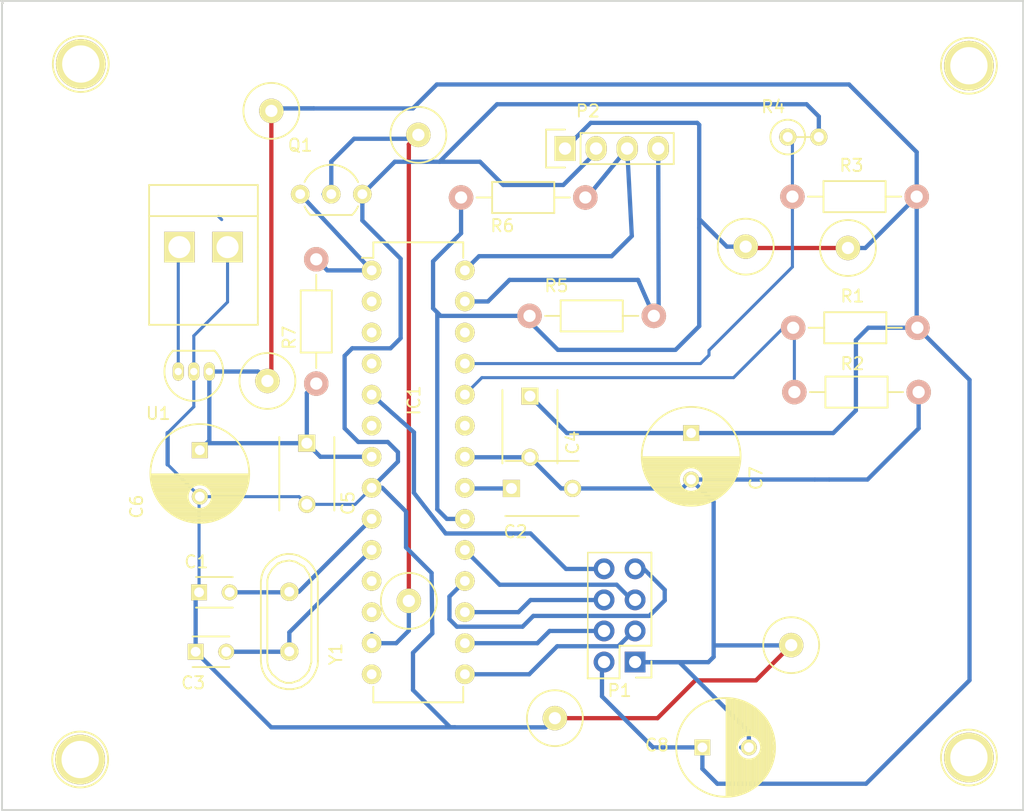
<source format=kicad_pcb>
(kicad_pcb (version 4) (host pcbnew 4.0.2+dfsg1-stable)

  (general
    (links 61)
    (no_connects 0)
    (area 84.644999 40.814999 168.365001 107.115001)
    (thickness 1.6)
    (drawings 5)
    (tracks 234)
    (zones 0)
    (modules 34)
    (nets 19)
  )

  (page A4)
  (layers
    (0 F.Cu signal)
    (31 B.Cu signal)
    (32 B.Adhes user)
    (33 F.Adhes user)
    (34 B.Paste user)
    (35 F.Paste user)
    (36 B.SilkS user)
    (37 F.SilkS user)
    (38 B.Mask user)
    (39 F.Mask user)
    (40 Dwgs.User user)
    (41 Cmts.User user)
    (42 Eco1.User user)
    (43 Eco2.User user)
    (44 Edge.Cuts user)
    (45 Margin user)
    (46 B.CrtYd user)
    (47 F.CrtYd user)
    (48 B.Fab user)
    (49 F.Fab user)
  )

  (setup
    (last_trace_width 0.25)
    (trace_clearance 0.2)
    (zone_clearance 0.508)
    (zone_45_only no)
    (trace_min 0.2)
    (segment_width 0.2)
    (edge_width 0.15)
    (via_size 0.6)
    (via_drill 0.4)
    (via_min_size 0.4)
    (via_min_drill 0.3)
    (uvia_size 0.3)
    (uvia_drill 0.1)
    (uvias_allowed no)
    (uvia_min_size 0.2)
    (uvia_min_drill 0.1)
    (pcb_text_width 0.3)
    (pcb_text_size 1.5 1.5)
    (mod_edge_width 0.15)
    (mod_text_size 1 1)
    (mod_text_width 0.15)
    (pad_size 2 2)
    (pad_drill 1)
    (pad_to_mask_clearance 0.2)
    (aux_axis_origin 0 0)
    (visible_elements FFFFFF7F)
    (pcbplotparams
      (layerselection 0x00030_80000001)
      (usegerberextensions false)
      (excludeedgelayer true)
      (linewidth 0.500000)
      (plotframeref false)
      (viasonmask false)
      (mode 1)
      (useauxorigin false)
      (hpglpennumber 1)
      (hpglpenspeed 20)
      (hpglpendiameter 15)
      (hpglpenoverlay 2)
      (psnegative false)
      (psa4output false)
      (plotreference true)
      (plotvalue true)
      (plotinvisibletext false)
      (padsonsilk false)
      (subtractmaskfromsilk false)
      (outputformat 1)
      (mirror false)
      (drillshape 1)
      (scaleselection 1)
      (outputdirectory ""))
  )

  (net 0 "")
  (net 1 +3V3)
  (net 2 "Net-(C1-Pad2)")
  (net 3 "Net-(C3-Pad2)")
  (net 4 RESET)
  (net 5 INT1)
  (net 6 CE)
  (net 7 CSN)
  (net 8 MOSI)
  (net 9 MISO)
  (net 10 SCK)
  (net 11 SDA)
  (net 12 SCL)
  (net 13 PD7)
  (net 14 "Net-(C2-Pad1)")
  (net 15 PC1)
  (net 16 PC2)
  (net 17 GND)
  (net 18 "Net-(P3-Pad2)")

  (net_class Default "This is the default net class."
    (clearance 0.2)
    (trace_width 0.25)
    (via_dia 0.6)
    (via_drill 0.4)
    (uvia_dia 0.3)
    (uvia_drill 0.1)
    (add_net "Net-(P3-Pad2)")
    (add_net PC1)
    (add_net PC2)
  )

  (net_class moje ""
    (clearance 0.2)
    (trace_width 0.35)
    (via_dia 0.6)
    (via_drill 0.4)
    (uvia_dia 0.3)
    (uvia_drill 0.1)
    (add_net +3V3)
    (add_net CE)
    (add_net CSN)
    (add_net GND)
    (add_net INT1)
    (add_net MISO)
    (add_net MOSI)
    (add_net "Net-(C1-Pad2)")
    (add_net "Net-(C2-Pad1)")
    (add_net "Net-(C3-Pad2)")
    (add_net PD7)
    (add_net RESET)
    (add_net SCK)
    (add_net SCL)
    (add_net SDA)
  )

  (module Connect:1pin (layer F.Cu) (tedit 5A507502) (tstamp 5A53AF21)
    (at 149.33 93.56)
    (descr "module 1 pin (ou trou mecanique de percage)")
    (tags DEV)
    (fp_text reference REF** (at 0 -3.048) (layer F.SilkS) hide
      (effects (font (size 1 1) (thickness 0.15)))
    )
    (fp_text value 1pin (at 0 2.794) (layer F.Fab) hide
      (effects (font (size 1 1) (thickness 0.15)))
    )
    (fp_circle (center 0 0) (end 0 -2.286) (layer F.SilkS) (width 0.15))
    (pad 1 thru_hole circle (at 0 0) (size 2 2) (drill 1) (layers *.Cu *.Mask F.SilkS)
      (net 17 GND))
  )

  (module Connect:1pin (layer F.Cu) (tedit 5A507502) (tstamp 5A53AF17)
    (at 130.01 99.53)
    (descr "module 1 pin (ou trou mecanique de percage)")
    (tags DEV)
    (fp_text reference REF** (at 0 -3.048) (layer F.SilkS) hide
      (effects (font (size 1 1) (thickness 0.15)))
    )
    (fp_text value 1pin (at 0 2.794) (layer F.Fab) hide
      (effects (font (size 1 1) (thickness 0.15)))
    )
    (fp_circle (center 0 0) (end 0 -2.286) (layer F.SilkS) (width 0.15))
    (pad 1 thru_hole circle (at 0 0) (size 2 2) (drill 1) (layers *.Cu *.Mask F.SilkS)
      (net 17 GND))
  )

  (module Connect:1pin (layer F.Cu) (tedit 5A5074AB) (tstamp 5A53AF12)
    (at 118.07 89.94)
    (descr "module 1 pin (ou trou mecanique de percage)")
    (tags DEV)
    (fp_text reference REF** (at 0 -3.048) (layer F.SilkS) hide
      (effects (font (size 1 1) (thickness 0.15)))
    )
    (fp_text value 1pin (at 0 2.794) (layer F.Fab) hide
      (effects (font (size 1 1) (thickness 0.15)))
    )
    (fp_circle (center 0 0) (end 0 -2.286) (layer F.SilkS) (width 0.15))
    (pad 1 thru_hole circle (at 0 0) (size 2 2) (drill 1) (layers *.Cu *.Mask F.SilkS)
      (net 13 PD7))
  )

  (module Connect:1pin (layer F.Cu) (tedit 5A5074AB) (tstamp 5A53AF08)
    (at 118.85 51.84)
    (descr "module 1 pin (ou trou mecanique de percage)")
    (tags DEV)
    (fp_text reference REF** (at 0 -3.048) (layer F.SilkS) hide
      (effects (font (size 1 1) (thickness 0.15)))
    )
    (fp_text value 1pin (at 0 2.794) (layer F.Fab) hide
      (effects (font (size 1 1) (thickness 0.15)))
    )
    (fp_circle (center 0 0) (end 0 -2.286) (layer F.SilkS) (width 0.15))
    (pad 1 thru_hole circle (at 0 0) (size 2 2) (drill 1) (layers *.Cu *.Mask F.SilkS)
      (net 13 PD7))
  )

  (module Connect:1pin (layer F.Cu) (tedit 5A507402) (tstamp 5A53AF03)
    (at 153.97 61.09)
    (descr "module 1 pin (ou trou mecanique de percage)")
    (tags DEV)
    (fp_text reference REF** (at 0 -3.048) (layer F.SilkS) hide
      (effects (font (size 1 1) (thickness 0.15)))
    )
    (fp_text value 1pin (at 0 2.794) (layer F.Fab) hide
      (effects (font (size 1 1) (thickness 0.15)))
    )
    (fp_circle (center 0 0) (end 0 -2.286) (layer F.SilkS) (width 0.15))
    (pad 1 thru_hole circle (at 0 0) (size 2 2) (drill 1) (layers *.Cu *.Mask F.SilkS)
      (net 1 +3V3))
  )

  (module Connect:1pin (layer F.Cu) (tedit 5A507402) (tstamp 5A53AEFE)
    (at 145.61 60.98)
    (descr "module 1 pin (ou trou mecanique de percage)")
    (tags DEV)
    (fp_text reference REF** (at 0 -3.048) (layer F.SilkS) hide
      (effects (font (size 1 1) (thickness 0.15)))
    )
    (fp_text value 1pin (at 0 2.794) (layer F.Fab) hide
      (effects (font (size 1 1) (thickness 0.15)))
    )
    (fp_circle (center 0 0) (end 0 -2.286) (layer F.SilkS) (width 0.15))
    (pad 1 thru_hole circle (at 0 0) (size 2 2) (drill 1) (layers *.Cu *.Mask F.SilkS)
      (net 1 +3V3))
  )

  (module Connect:1pin (layer F.Cu) (tedit 5A507402) (tstamp 5A53AEF9)
    (at 106.51 71.96)
    (descr "module 1 pin (ou trou mecanique de percage)")
    (tags DEV)
    (fp_text reference REF** (at 0 -3.048) (layer F.SilkS) hide
      (effects (font (size 1 1) (thickness 0.15)))
    )
    (fp_text value 1pin (at 0 2.794) (layer F.Fab) hide
      (effects (font (size 1 1) (thickness 0.15)))
    )
    (fp_circle (center 0 0) (end 0 -2.286) (layer F.SilkS) (width 0.15))
    (pad 1 thru_hole circle (at 0 0) (size 2 2) (drill 1) (layers *.Cu *.Mask F.SilkS)
      (net 1 +3V3))
  )

  (module Capacitors_ThroughHole:C_Disc_D3_P2.5 (layer F.Cu) (tedit 5A5010B1) (tstamp 5A4F7EFF)
    (at 100.92 89.24)
    (descr "Capacitor 3mm Disc, Pitch 2.5mm")
    (tags Capacitor)
    (path /5A4F6FEC)
    (fp_text reference C1 (at -0.22 -2.49) (layer F.SilkS)
      (effects (font (size 1 1) (thickness 0.15)))
    )
    (fp_text value 22n (at 2.35 -2.44) (layer F.Fab)
      (effects (font (size 1 1) (thickness 0.15)))
    )
    (fp_line (start -0.9 -1.5) (end 3.4 -1.5) (layer F.CrtYd) (width 0.05))
    (fp_line (start 3.4 -1.5) (end 3.4 1.5) (layer F.CrtYd) (width 0.05))
    (fp_line (start 3.4 1.5) (end -0.9 1.5) (layer F.CrtYd) (width 0.05))
    (fp_line (start -0.9 1.5) (end -0.9 -1.5) (layer F.CrtYd) (width 0.05))
    (fp_line (start -0.25 -1.25) (end 2.75 -1.25) (layer F.SilkS) (width 0.15))
    (fp_line (start 2.75 1.25) (end -0.25 1.25) (layer F.SilkS) (width 0.15))
    (pad 1 thru_hole rect (at 0 0) (size 1.3 1.3) (drill 0.8) (layers *.Cu *.Mask F.SilkS)
      (net 17 GND))
    (pad 2 thru_hole circle (at 2.5 0) (size 1.3 1.3) (drill 0.8001) (layers *.Cu *.Mask F.SilkS)
      (net 2 "Net-(C1-Pad2)"))
    (model Capacitors_ThroughHole.3dshapes/C_Disc_D3_P2.5.wrl
      (at (xyz 0.0492126 0 0))
      (scale (xyz 1 1 1))
      (rotate (xyz 0 0 0))
    )
  )

  (module Capacitors_ThroughHole:C_Disc_D6_P5 (layer F.Cu) (tedit 5A501263) (tstamp 5A4F7F05)
    (at 126.46 80.75)
    (descr "Capacitor 6mm Disc, Pitch 5mm")
    (tags Capacitor)
    (path /5A4F7363)
    (fp_text reference C2 (at 0.33 3.54) (layer F.SilkS)
      (effects (font (size 1 1) (thickness 0.15)))
    )
    (fp_text value 100n (at 3.38 3.49) (layer F.Fab)
      (effects (font (size 1 1) (thickness 0.15)))
    )
    (fp_line (start -0.95 -2.5) (end 5.95 -2.5) (layer F.CrtYd) (width 0.05))
    (fp_line (start 5.95 -2.5) (end 5.95 2.5) (layer F.CrtYd) (width 0.05))
    (fp_line (start 5.95 2.5) (end -0.95 2.5) (layer F.CrtYd) (width 0.05))
    (fp_line (start -0.95 2.5) (end -0.95 -2.5) (layer F.CrtYd) (width 0.05))
    (fp_line (start -0.5 -2.25) (end 5.5 -2.25) (layer F.SilkS) (width 0.15))
    (fp_line (start 5.5 2.25) (end -0.5 2.25) (layer F.SilkS) (width 0.15))
    (pad 1 thru_hole rect (at 0 0) (size 1.4 1.4) (drill 0.9) (layers *.Cu *.Mask F.SilkS)
      (net 14 "Net-(C2-Pad1)"))
    (pad 2 thru_hole circle (at 5 0) (size 1.4 1.4) (drill 0.9) (layers *.Cu *.Mask F.SilkS)
      (net 17 GND))
    (model Capacitors_ThroughHole.3dshapes/C_Disc_D6_P5.wrl
      (at (xyz 0.0984252 0 0))
      (scale (xyz 1 1 1))
      (rotate (xyz 0 0 0))
    )
  )

  (module Capacitors_ThroughHole:C_Disc_D3_P2.5 (layer F.Cu) (tedit 5A5010A0) (tstamp 5A4F7F0B)
    (at 100.64 94.1)
    (descr "Capacitor 3mm Disc, Pitch 2.5mm")
    (tags Capacitor)
    (path /5A4F6F9F)
    (fp_text reference C3 (at -0.2 2.54) (layer F.SilkS)
      (effects (font (size 1 1) (thickness 0.15)))
    )
    (fp_text value 22n (at 2.32 2.47) (layer F.Fab)
      (effects (font (size 1 1) (thickness 0.15)))
    )
    (fp_line (start -0.9 -1.5) (end 3.4 -1.5) (layer F.CrtYd) (width 0.05))
    (fp_line (start 3.4 -1.5) (end 3.4 1.5) (layer F.CrtYd) (width 0.05))
    (fp_line (start 3.4 1.5) (end -0.9 1.5) (layer F.CrtYd) (width 0.05))
    (fp_line (start -0.9 1.5) (end -0.9 -1.5) (layer F.CrtYd) (width 0.05))
    (fp_line (start -0.25 -1.25) (end 2.75 -1.25) (layer F.SilkS) (width 0.15))
    (fp_line (start 2.75 1.25) (end -0.25 1.25) (layer F.SilkS) (width 0.15))
    (pad 1 thru_hole rect (at 0 0) (size 1.3 1.3) (drill 0.8) (layers *.Cu *.Mask F.SilkS)
      (net 17 GND))
    (pad 2 thru_hole circle (at 2.5 0) (size 1.3 1.3) (drill 0.8001) (layers *.Cu *.Mask F.SilkS)
      (net 3 "Net-(C3-Pad2)"))
    (model Capacitors_ThroughHole.3dshapes/C_Disc_D3_P2.5.wrl
      (at (xyz 0.0492126 0 0))
      (scale (xyz 1 1 1))
      (rotate (xyz 0 0 0))
    )
  )

  (module Capacitors_ThroughHole:C_Disc_D6_P5 (layer F.Cu) (tedit 5A501256) (tstamp 5A4F7F11)
    (at 127.97 73.2 270)
    (descr "Capacitor 6mm Disc, Pitch 5mm")
    (tags Capacitor)
    (path /5A4F744F)
    (fp_text reference C4 (at 3.8 -3.49 270) (layer F.SilkS)
      (effects (font (size 1 1) (thickness 0.15)))
    )
    (fp_text value 100n (at 0.87 -3.46 270) (layer F.Fab)
      (effects (font (size 1 1) (thickness 0.15)))
    )
    (fp_line (start -0.95 -2.5) (end 5.95 -2.5) (layer F.CrtYd) (width 0.05))
    (fp_line (start 5.95 -2.5) (end 5.95 2.5) (layer F.CrtYd) (width 0.05))
    (fp_line (start 5.95 2.5) (end -0.95 2.5) (layer F.CrtYd) (width 0.05))
    (fp_line (start -0.95 2.5) (end -0.95 -2.5) (layer F.CrtYd) (width 0.05))
    (fp_line (start -0.5 -2.25) (end 5.5 -2.25) (layer F.SilkS) (width 0.15))
    (fp_line (start 5.5 2.25) (end -0.5 2.25) (layer F.SilkS) (width 0.15))
    (pad 1 thru_hole rect (at 0 0 270) (size 1.4 1.4) (drill 0.9) (layers *.Cu *.Mask F.SilkS)
      (net 1 +3V3))
    (pad 2 thru_hole circle (at 5 0 270) (size 1.4 1.4) (drill 0.9) (layers *.Cu *.Mask F.SilkS)
      (net 17 GND))
    (model Capacitors_ThroughHole.3dshapes/C_Disc_D6_P5.wrl
      (at (xyz 0.0984252 0 0))
      (scale (xyz 1 1 1))
      (rotate (xyz 0 0 0))
    )
  )

  (module Capacitors_ThroughHole:C_Disc_D6_P5 (layer F.Cu) (tedit 5A5010D2) (tstamp 5A4F7F17)
    (at 109.73 77.05 270)
    (descr "Capacitor 6mm Disc, Pitch 5mm")
    (tags Capacitor)
    (path /5A4F753A)
    (fp_text reference C5 (at 4.9 -3.37 270) (layer F.SilkS)
      (effects (font (size 1 1) (thickness 0.15)))
    )
    (fp_text value 100n (at 1.8 -3.26 270) (layer F.Fab)
      (effects (font (size 1 1) (thickness 0.15)))
    )
    (fp_line (start -0.95 -2.5) (end 5.95 -2.5) (layer F.CrtYd) (width 0.05))
    (fp_line (start 5.95 -2.5) (end 5.95 2.5) (layer F.CrtYd) (width 0.05))
    (fp_line (start 5.95 2.5) (end -0.95 2.5) (layer F.CrtYd) (width 0.05))
    (fp_line (start -0.95 2.5) (end -0.95 -2.5) (layer F.CrtYd) (width 0.05))
    (fp_line (start -0.5 -2.25) (end 5.5 -2.25) (layer F.SilkS) (width 0.15))
    (fp_line (start 5.5 2.25) (end -0.5 2.25) (layer F.SilkS) (width 0.15))
    (pad 1 thru_hole rect (at 0 0 270) (size 1.4 1.4) (drill 0.9) (layers *.Cu *.Mask F.SilkS)
      (net 1 +3V3))
    (pad 2 thru_hole circle (at 5 0 270) (size 1.4 1.4) (drill 0.9) (layers *.Cu *.Mask F.SilkS)
      (net 17 GND))
    (model Capacitors_ThroughHole.3dshapes/C_Disc_D6_P5.wrl
      (at (xyz 0.0984252 0 0))
      (scale (xyz 1 1 1))
      (rotate (xyz 0 0 0))
    )
  )

  (module Housings_DIP:DIP-28_W7.62mm (layer F.Cu) (tedit 5A50105B) (tstamp 5A4F7F49)
    (at 115.032143 62.92)
    (descr "28-lead dip package, row spacing 7.62 mm (300 mils)")
    (tags "dil dip 2.54 300")
    (path /5A4F6E80)
    (fp_text reference IC1 (at 3.457857 10.63 90) (layer F.SilkS)
      (effects (font (size 1 1) (thickness 0.15)))
    )
    (fp_text value ATMEGA8-P (at 3.617857 4.09 90) (layer F.Fab)
      (effects (font (size 1 1) (thickness 0.15)))
    )
    (fp_line (start -1.05 -2.45) (end -1.05 35.5) (layer F.CrtYd) (width 0.05))
    (fp_line (start 8.65 -2.45) (end 8.65 35.5) (layer F.CrtYd) (width 0.05))
    (fp_line (start -1.05 -2.45) (end 8.65 -2.45) (layer F.CrtYd) (width 0.05))
    (fp_line (start -1.05 35.5) (end 8.65 35.5) (layer F.CrtYd) (width 0.05))
    (fp_line (start 0.135 -2.295) (end 0.135 -1.025) (layer F.SilkS) (width 0.15))
    (fp_line (start 7.485 -2.295) (end 7.485 -1.025) (layer F.SilkS) (width 0.15))
    (fp_line (start 7.485 35.315) (end 7.485 34.045) (layer F.SilkS) (width 0.15))
    (fp_line (start 0.135 35.315) (end 0.135 34.045) (layer F.SilkS) (width 0.15))
    (fp_line (start 0.135 -2.295) (end 7.485 -2.295) (layer F.SilkS) (width 0.15))
    (fp_line (start 0.135 35.315) (end 7.485 35.315) (layer F.SilkS) (width 0.15))
    (fp_line (start 0.135 -1.025) (end -0.8 -1.025) (layer F.SilkS) (width 0.15))
    (pad 1 thru_hole oval (at 0 0) (size 1.6 1.6) (drill 0.8) (layers *.Cu *.Mask F.SilkS)
      (net 4 RESET))
    (pad 2 thru_hole oval (at 0 2.54) (size 1.6 1.6) (drill 0.8) (layers *.Cu *.Mask F.SilkS))
    (pad 3 thru_hole oval (at 0 5.08) (size 1.6 1.6) (drill 0.8) (layers *.Cu *.Mask F.SilkS))
    (pad 4 thru_hole oval (at 0 7.62) (size 1.6 1.6) (drill 0.8) (layers *.Cu *.Mask F.SilkS))
    (pad 5 thru_hole oval (at 0 10.16) (size 1.6 1.6) (drill 0.8) (layers *.Cu *.Mask F.SilkS)
      (net 5 INT1))
    (pad 6 thru_hole oval (at 0 12.7) (size 1.6 1.6) (drill 0.8) (layers *.Cu *.Mask F.SilkS))
    (pad 7 thru_hole oval (at 0 15.24) (size 1.6 1.6) (drill 0.8) (layers *.Cu *.Mask F.SilkS)
      (net 1 +3V3))
    (pad 8 thru_hole oval (at 0 17.78) (size 1.6 1.6) (drill 0.8) (layers *.Cu *.Mask F.SilkS)
      (net 17 GND))
    (pad 9 thru_hole oval (at 0 20.32) (size 1.6 1.6) (drill 0.8) (layers *.Cu *.Mask F.SilkS)
      (net 2 "Net-(C1-Pad2)"))
    (pad 10 thru_hole oval (at 0 22.86) (size 1.6 1.6) (drill 0.8) (layers *.Cu *.Mask F.SilkS)
      (net 3 "Net-(C3-Pad2)"))
    (pad 11 thru_hole oval (at 0 25.4) (size 1.6 1.6) (drill 0.8) (layers *.Cu *.Mask F.SilkS))
    (pad 12 thru_hole oval (at 0 27.94) (size 1.6 1.6) (drill 0.8) (layers *.Cu *.Mask F.SilkS))
    (pad 13 thru_hole oval (at 0 30.48) (size 1.6 1.6) (drill 0.8) (layers *.Cu *.Mask F.SilkS)
      (net 13 PD7))
    (pad 14 thru_hole oval (at 0 33.02) (size 1.6 1.6) (drill 0.8) (layers *.Cu *.Mask F.SilkS))
    (pad 15 thru_hole oval (at 7.62 33.02) (size 1.6 1.6) (drill 0.8) (layers *.Cu *.Mask F.SilkS)
      (net 6 CE))
    (pad 16 thru_hole oval (at 7.62 30.48) (size 1.6 1.6) (drill 0.8) (layers *.Cu *.Mask F.SilkS)
      (net 7 CSN))
    (pad 17 thru_hole oval (at 7.62 27.94) (size 1.6 1.6) (drill 0.8) (layers *.Cu *.Mask F.SilkS)
      (net 8 MOSI))
    (pad 18 thru_hole oval (at 7.62 25.4) (size 1.6 1.6) (drill 0.8) (layers *.Cu *.Mask F.SilkS)
      (net 9 MISO))
    (pad 19 thru_hole oval (at 7.62 22.86) (size 1.6 1.6) (drill 0.8) (layers *.Cu *.Mask F.SilkS)
      (net 10 SCK))
    (pad 20 thru_hole oval (at 7.62 20.32) (size 1.6 1.6) (drill 0.8) (layers *.Cu *.Mask F.SilkS)
      (net 1 +3V3))
    (pad 21 thru_hole oval (at 7.62 17.78) (size 1.6 1.6) (drill 0.8) (layers *.Cu *.Mask F.SilkS)
      (net 14 "Net-(C2-Pad1)"))
    (pad 22 thru_hole oval (at 7.62 15.24) (size 1.6 1.6) (drill 0.8) (layers *.Cu *.Mask F.SilkS)
      (net 17 GND))
    (pad 23 thru_hole oval (at 7.62 12.7) (size 1.6 1.6) (drill 0.8) (layers *.Cu *.Mask F.SilkS))
    (pad 24 thru_hole oval (at 7.62 10.16) (size 1.6 1.6) (drill 0.8) (layers *.Cu *.Mask F.SilkS)
      (net 15 PC1))
    (pad 25 thru_hole oval (at 7.62 7.62) (size 1.6 1.6) (drill 0.8) (layers *.Cu *.Mask F.SilkS)
      (net 16 PC2))
    (pad 26 thru_hole oval (at 7.62 5.08) (size 1.6 1.6) (drill 0.8) (layers *.Cu *.Mask F.SilkS))
    (pad 27 thru_hole oval (at 7.62 2.54) (size 1.6 1.6) (drill 0.8) (layers *.Cu *.Mask F.SilkS)
      (net 11 SDA))
    (pad 28 thru_hole oval (at 7.62 0) (size 1.6 1.6) (drill 0.8) (layers *.Cu *.Mask F.SilkS)
      (net 12 SCL))
    (model Housings_DIP.3dshapes/DIP-28_W7.62mm.wrl
      (at (xyz 0 0 0))
      (scale (xyz 1 1 1))
      (rotate (xyz 0 0 0))
    )
  )

  (module Socket_Strips:Socket_Strip_Straight_1x04 (layer F.Cu) (tedit 5A5011AF) (tstamp 5A4F7F5D)
    (at 130.84 52.96)
    (descr "Through hole socket strip")
    (tags "socket strip")
    (path /5A4F7940)
    (fp_text reference P2 (at 1.87 -3.07) (layer F.SilkS)
      (effects (font (size 1 1) (thickness 0.15)))
    )
    (fp_text value BME280 (at 6.14 -3.01) (layer F.Fab)
      (effects (font (size 1 1) (thickness 0.15)))
    )
    (fp_line (start -1.75 -1.75) (end -1.75 1.75) (layer F.CrtYd) (width 0.05))
    (fp_line (start 9.4 -1.75) (end 9.4 1.75) (layer F.CrtYd) (width 0.05))
    (fp_line (start -1.75 -1.75) (end 9.4 -1.75) (layer F.CrtYd) (width 0.05))
    (fp_line (start -1.75 1.75) (end 9.4 1.75) (layer F.CrtYd) (width 0.05))
    (fp_line (start 1.27 -1.27) (end 8.89 -1.27) (layer F.SilkS) (width 0.15))
    (fp_line (start 1.27 1.27) (end 8.89 1.27) (layer F.SilkS) (width 0.15))
    (fp_line (start -1.55 1.55) (end 0 1.55) (layer F.SilkS) (width 0.15))
    (fp_line (start 8.89 -1.27) (end 8.89 1.27) (layer F.SilkS) (width 0.15))
    (fp_line (start 1.27 1.27) (end 1.27 -1.27) (layer F.SilkS) (width 0.15))
    (fp_line (start 0 -1.55) (end -1.55 -1.55) (layer F.SilkS) (width 0.15))
    (fp_line (start -1.55 -1.55) (end -1.55 1.55) (layer F.SilkS) (width 0.15))
    (pad 1 thru_hole rect (at 0 0) (size 1.7272 2.032) (drill 1.016) (layers *.Cu *.Mask F.SilkS)
      (net 1 +3V3))
    (pad 2 thru_hole oval (at 2.54 0) (size 1.7272 2.032) (drill 1.016) (layers *.Cu *.Mask F.SilkS)
      (net 17 GND))
    (pad 3 thru_hole oval (at 5.08 0) (size 1.7272 2.032) (drill 1.016) (layers *.Cu *.Mask F.SilkS)
      (net 12 SCL))
    (pad 4 thru_hole oval (at 7.62 0) (size 1.7272 2.032) (drill 1.016) (layers *.Cu *.Mask F.SilkS)
      (net 11 SDA))
    (model Socket_Strips.3dshapes/Socket_Strip_Straight_1x04.wrl
      (at (xyz 0.15 0 0))
      (scale (xyz 1 1 1))
      (rotate (xyz 0 0 180))
    )
  )

  (module Resistors_ThroughHole:Resistor_Horizontal_RM10mm (layer F.Cu) (tedit 5A501217) (tstamp 5A4F7F63)
    (at 159.65 67.61 180)
    (descr "Resistor, Axial,  RM 10mm, 1/3W")
    (tags "Resistor Axial RM 10mm 1/3W")
    (path /5A4FB155)
    (fp_text reference R1 (at 5.31 2.59 180) (layer F.SilkS)
      (effects (font (size 1 1) (thickness 0.15)))
    )
    (fp_text value 12k (at 2.43 2.59 180) (layer F.Fab)
      (effects (font (size 1 1) (thickness 0.15)))
    )
    (fp_line (start -1.25 -1.5) (end 11.4 -1.5) (layer F.CrtYd) (width 0.05))
    (fp_line (start -1.25 1.5) (end -1.25 -1.5) (layer F.CrtYd) (width 0.05))
    (fp_line (start 11.4 -1.5) (end 11.4 1.5) (layer F.CrtYd) (width 0.05))
    (fp_line (start -1.25 1.5) (end 11.4 1.5) (layer F.CrtYd) (width 0.05))
    (fp_line (start 2.54 -1.27) (end 7.62 -1.27) (layer F.SilkS) (width 0.15))
    (fp_line (start 7.62 -1.27) (end 7.62 1.27) (layer F.SilkS) (width 0.15))
    (fp_line (start 7.62 1.27) (end 2.54 1.27) (layer F.SilkS) (width 0.15))
    (fp_line (start 2.54 1.27) (end 2.54 -1.27) (layer F.SilkS) (width 0.15))
    (fp_line (start 2.54 0) (end 1.27 0) (layer F.SilkS) (width 0.15))
    (fp_line (start 7.62 0) (end 8.89 0) (layer F.SilkS) (width 0.15))
    (pad 1 thru_hole circle (at 0 0 180) (size 1.99898 1.99898) (drill 1.00076) (layers *.Cu *.SilkS *.Mask)
      (net 1 +3V3))
    (pad 2 thru_hole circle (at 10.16 0 180) (size 1.99898 1.99898) (drill 1.00076) (layers *.Cu *.SilkS *.Mask)
      (net 15 PC1))
    (model Resistors_ThroughHole.3dshapes/Resistor_Horizontal_RM10mm.wrl
      (at (xyz 0 0 0))
      (scale (xyz 0.4 0.4 0.4))
      (rotate (xyz 0 0 0))
    )
  )

  (module Resistors_ThroughHole:Resistor_Horizontal_RM10mm (layer F.Cu) (tedit 5A501225) (tstamp 5A4F7F69)
    (at 149.59 72.87)
    (descr "Resistor, Axial,  RM 10mm, 1/3W")
    (tags "Resistor Axial RM 10mm 1/3W")
    (path /5A4FB1CA)
    (fp_text reference R2 (at 4.75 -2.32) (layer F.SilkS)
      (effects (font (size 1 1) (thickness 0.15)))
    )
    (fp_text value 33k (at 7.38 -2.24) (layer F.Fab)
      (effects (font (size 1 1) (thickness 0.15)))
    )
    (fp_line (start -1.25 -1.5) (end 11.4 -1.5) (layer F.CrtYd) (width 0.05))
    (fp_line (start -1.25 1.5) (end -1.25 -1.5) (layer F.CrtYd) (width 0.05))
    (fp_line (start 11.4 -1.5) (end 11.4 1.5) (layer F.CrtYd) (width 0.05))
    (fp_line (start -1.25 1.5) (end 11.4 1.5) (layer F.CrtYd) (width 0.05))
    (fp_line (start 2.54 -1.27) (end 7.62 -1.27) (layer F.SilkS) (width 0.15))
    (fp_line (start 7.62 -1.27) (end 7.62 1.27) (layer F.SilkS) (width 0.15))
    (fp_line (start 7.62 1.27) (end 2.54 1.27) (layer F.SilkS) (width 0.15))
    (fp_line (start 2.54 1.27) (end 2.54 -1.27) (layer F.SilkS) (width 0.15))
    (fp_line (start 2.54 0) (end 1.27 0) (layer F.SilkS) (width 0.15))
    (fp_line (start 7.62 0) (end 8.89 0) (layer F.SilkS) (width 0.15))
    (pad 1 thru_hole circle (at 0 0) (size 1.99898 1.99898) (drill 1.00076) (layers *.Cu *.SilkS *.Mask)
      (net 15 PC1))
    (pad 2 thru_hole circle (at 10.16 0) (size 1.99898 1.99898) (drill 1.00076) (layers *.Cu *.SilkS *.Mask)
      (net 17 GND))
    (model Resistors_ThroughHole.3dshapes/Resistor_Horizontal_RM10mm.wrl
      (at (xyz 0 0 0))
      (scale (xyz 0.4 0.4 0.4))
      (rotate (xyz 0 0 0))
    )
  )

  (module Resistors_ThroughHole:Resistor_Horizontal_RM10mm (layer F.Cu) (tedit 5A5011F8) (tstamp 5A4F7F6F)
    (at 159.59 56.89 180)
    (descr "Resistor, Axial,  RM 10mm, 1/3W")
    (tags "Resistor Axial RM 10mm 1/3W")
    (path /5A4FBC17)
    (fp_text reference R3 (at 5.33 2.55 180) (layer F.SilkS)
      (effects (font (size 1 1) (thickness 0.15)))
    )
    (fp_text value 12k (at 2.56 2.59 180) (layer F.Fab)
      (effects (font (size 1 1) (thickness 0.15)))
    )
    (fp_line (start -1.25 -1.5) (end 11.4 -1.5) (layer F.CrtYd) (width 0.05))
    (fp_line (start -1.25 1.5) (end -1.25 -1.5) (layer F.CrtYd) (width 0.05))
    (fp_line (start 11.4 -1.5) (end 11.4 1.5) (layer F.CrtYd) (width 0.05))
    (fp_line (start -1.25 1.5) (end 11.4 1.5) (layer F.CrtYd) (width 0.05))
    (fp_line (start 2.54 -1.27) (end 7.62 -1.27) (layer F.SilkS) (width 0.15))
    (fp_line (start 7.62 -1.27) (end 7.62 1.27) (layer F.SilkS) (width 0.15))
    (fp_line (start 7.62 1.27) (end 2.54 1.27) (layer F.SilkS) (width 0.15))
    (fp_line (start 2.54 1.27) (end 2.54 -1.27) (layer F.SilkS) (width 0.15))
    (fp_line (start 2.54 0) (end 1.27 0) (layer F.SilkS) (width 0.15))
    (fp_line (start 7.62 0) (end 8.89 0) (layer F.SilkS) (width 0.15))
    (pad 1 thru_hole circle (at 0 0 180) (size 1.99898 1.99898) (drill 1.00076) (layers *.Cu *.SilkS *.Mask)
      (net 1 +3V3))
    (pad 2 thru_hole circle (at 10.16 0 180) (size 1.99898 1.99898) (drill 1.00076) (layers *.Cu *.SilkS *.Mask)
      (net 16 PC2))
    (model Resistors_ThroughHole.3dshapes/Resistor_Horizontal_RM10mm.wrl
      (at (xyz 0 0 0))
      (scale (xyz 0.4 0.4 0.4))
      (rotate (xyz 0 0 0))
    )
  )

  (module Discret:R1 (layer F.Cu) (tedit 5A5011F1) (tstamp 5A4F7F75)
    (at 150.32 52.02)
    (descr "Resistance verticale")
    (tags R)
    (path /5A4FBC88)
    (fp_text reference R4 (at -2.46 -2.48) (layer F.SilkS)
      (effects (font (size 1 1) (thickness 0.15)))
    )
    (fp_text value 5k-10k (at 1.94 -2.42) (layer F.Fab)
      (effects (font (size 1 1) (thickness 0.15)))
    )
    (fp_line (start -1.27 0) (end 1.27 0) (layer F.SilkS) (width 0.15))
    (fp_circle (center -1.27 0) (end -0.635 1.27) (layer F.SilkS) (width 0.15))
    (pad 1 thru_hole circle (at -1.27 0) (size 1.397 1.397) (drill 0.8128) (layers *.Cu *.Mask F.SilkS)
      (net 16 PC2))
    (pad 2 thru_hole circle (at 1.27 0) (size 1.397 1.397) (drill 0.8128) (layers *.Cu *.Mask F.SilkS)
      (net 17 GND))
    (model Discret.3dshapes/R1.wrl
      (at (xyz 0 0 0))
      (scale (xyz 1 1 1))
      (rotate (xyz 0 0 0))
    )
  )

  (module Resistors_ThroughHole:Resistor_Horizontal_RM10mm (layer F.Cu) (tedit 5A50123C) (tstamp 5A4F7F7B)
    (at 127.94 66.64)
    (descr "Resistor, Axial,  RM 10mm, 1/3W")
    (tags "Resistor Axial RM 10mm 1/3W")
    (path /5A4F8C86)
    (fp_text reference R5 (at 2.2 -2.46) (layer F.SilkS)
      (effects (font (size 1 1) (thickness 0.15)))
    )
    (fp_text value 4k7 (at 5.11 -2.38) (layer F.Fab)
      (effects (font (size 1 1) (thickness 0.15)))
    )
    (fp_line (start -1.25 -1.5) (end 11.4 -1.5) (layer F.CrtYd) (width 0.05))
    (fp_line (start -1.25 1.5) (end -1.25 -1.5) (layer F.CrtYd) (width 0.05))
    (fp_line (start 11.4 -1.5) (end 11.4 1.5) (layer F.CrtYd) (width 0.05))
    (fp_line (start -1.25 1.5) (end 11.4 1.5) (layer F.CrtYd) (width 0.05))
    (fp_line (start 2.54 -1.27) (end 7.62 -1.27) (layer F.SilkS) (width 0.15))
    (fp_line (start 7.62 -1.27) (end 7.62 1.27) (layer F.SilkS) (width 0.15))
    (fp_line (start 7.62 1.27) (end 2.54 1.27) (layer F.SilkS) (width 0.15))
    (fp_line (start 2.54 1.27) (end 2.54 -1.27) (layer F.SilkS) (width 0.15))
    (fp_line (start 2.54 0) (end 1.27 0) (layer F.SilkS) (width 0.15))
    (fp_line (start 7.62 0) (end 8.89 0) (layer F.SilkS) (width 0.15))
    (pad 1 thru_hole circle (at 0 0) (size 1.99898 1.99898) (drill 1.00076) (layers *.Cu *.SilkS *.Mask)
      (net 1 +3V3))
    (pad 2 thru_hole circle (at 10.16 0) (size 1.99898 1.99898) (drill 1.00076) (layers *.Cu *.SilkS *.Mask)
      (net 11 SDA))
    (model Resistors_ThroughHole.3dshapes/Resistor_Horizontal_RM10mm.wrl
      (at (xyz 0 0 0))
      (scale (xyz 0.4 0.4 0.4))
      (rotate (xyz 0 0 0))
    )
  )

  (module Resistors_ThroughHole:Resistor_Horizontal_RM10mm (layer F.Cu) (tedit 5A5011C0) (tstamp 5A4F7F81)
    (at 122.34 56.96)
    (descr "Resistor, Axial,  RM 10mm, 1/3W")
    (tags "Resistor Axial RM 10mm 1/3W")
    (path /5A4F8C17)
    (fp_text reference R6 (at 3.38 2.31) (layer F.SilkS)
      (effects (font (size 1 1) (thickness 0.15)))
    )
    (fp_text value 4k7 (at 6.08 2.33) (layer F.Fab)
      (effects (font (size 1 1) (thickness 0.15)))
    )
    (fp_line (start -1.25 -1.5) (end 11.4 -1.5) (layer F.CrtYd) (width 0.05))
    (fp_line (start -1.25 1.5) (end -1.25 -1.5) (layer F.CrtYd) (width 0.05))
    (fp_line (start 11.4 -1.5) (end 11.4 1.5) (layer F.CrtYd) (width 0.05))
    (fp_line (start -1.25 1.5) (end 11.4 1.5) (layer F.CrtYd) (width 0.05))
    (fp_line (start 2.54 -1.27) (end 7.62 -1.27) (layer F.SilkS) (width 0.15))
    (fp_line (start 7.62 -1.27) (end 7.62 1.27) (layer F.SilkS) (width 0.15))
    (fp_line (start 7.62 1.27) (end 2.54 1.27) (layer F.SilkS) (width 0.15))
    (fp_line (start 2.54 1.27) (end 2.54 -1.27) (layer F.SilkS) (width 0.15))
    (fp_line (start 2.54 0) (end 1.27 0) (layer F.SilkS) (width 0.15))
    (fp_line (start 7.62 0) (end 8.89 0) (layer F.SilkS) (width 0.15))
    (pad 1 thru_hole circle (at 0 0) (size 1.99898 1.99898) (drill 1.00076) (layers *.Cu *.SilkS *.Mask)
      (net 1 +3V3))
    (pad 2 thru_hole circle (at 10.16 0) (size 1.99898 1.99898) (drill 1.00076) (layers *.Cu *.SilkS *.Mask)
      (net 12 SCL))
    (model Resistors_ThroughHole.3dshapes/Resistor_Horizontal_RM10mm.wrl
      (at (xyz 0 0 0))
      (scale (xyz 0.4 0.4 0.4))
      (rotate (xyz 0 0 0))
    )
  )

  (module Resistors_ThroughHole:Resistor_Horizontal_RM10mm (layer F.Cu) (tedit 5A501199) (tstamp 5A4F7F87)
    (at 110.5 72.175 90)
    (descr "Resistor, Axial,  RM 10mm, 1/3W")
    (tags "Resistor Axial RM 10mm 1/3W")
    (path /5A4F7297)
    (fp_text reference R7 (at 3.755 -2.21 90) (layer F.SilkS)
      (effects (font (size 1 1) (thickness 0.15)))
    )
    (fp_text value 10k (at 6.565 -2.21 90) (layer F.Fab)
      (effects (font (size 1 1) (thickness 0.15)))
    )
    (fp_line (start -1.25 -1.5) (end 11.4 -1.5) (layer F.CrtYd) (width 0.05))
    (fp_line (start -1.25 1.5) (end -1.25 -1.5) (layer F.CrtYd) (width 0.05))
    (fp_line (start 11.4 -1.5) (end 11.4 1.5) (layer F.CrtYd) (width 0.05))
    (fp_line (start -1.25 1.5) (end 11.4 1.5) (layer F.CrtYd) (width 0.05))
    (fp_line (start 2.54 -1.27) (end 7.62 -1.27) (layer F.SilkS) (width 0.15))
    (fp_line (start 7.62 -1.27) (end 7.62 1.27) (layer F.SilkS) (width 0.15))
    (fp_line (start 7.62 1.27) (end 2.54 1.27) (layer F.SilkS) (width 0.15))
    (fp_line (start 2.54 1.27) (end 2.54 -1.27) (layer F.SilkS) (width 0.15))
    (fp_line (start 2.54 0) (end 1.27 0) (layer F.SilkS) (width 0.15))
    (fp_line (start 7.62 0) (end 8.89 0) (layer F.SilkS) (width 0.15))
    (pad 1 thru_hole circle (at 0 0 90) (size 1.99898 1.99898) (drill 1.00076) (layers *.Cu *.SilkS *.Mask)
      (net 1 +3V3))
    (pad 2 thru_hole circle (at 10.16 0 90) (size 1.99898 1.99898) (drill 1.00076) (layers *.Cu *.SilkS *.Mask)
      (net 4 RESET))
    (model Resistors_ThroughHole.3dshapes/Resistor_Horizontal_RM10mm.wrl
      (at (xyz 0 0 0))
      (scale (xyz 0.4 0.4 0.4))
      (rotate (xyz 0 0 0))
    )
  )

  (module Crystals:Crystal_HC49-U_Vertical (layer F.Cu) (tedit 5A501072) (tstamp 5A4F7F8D)
    (at 108.3 91.64 90)
    (descr "Crystal, Quarz, HC49/U, vertical, stehend,")
    (tags "Crystal, Quarz, HC49/U, vertical, stehend,")
    (path /5A4F6F46)
    (fp_text reference Y1 (at -2.65 3.8 90) (layer F.SilkS)
      (effects (font (size 1 1) (thickness 0.15)))
    )
    (fp_text value 8Mhz (at 0 3.81 90) (layer F.Fab)
      (effects (font (size 1 1) (thickness 0.15)))
    )
    (fp_line (start 4.699 -1.00076) (end 4.89966 -0.59944) (layer F.SilkS) (width 0.15))
    (fp_line (start 4.89966 -0.59944) (end 5.00126 0) (layer F.SilkS) (width 0.15))
    (fp_line (start 5.00126 0) (end 4.89966 0.50038) (layer F.SilkS) (width 0.15))
    (fp_line (start 4.89966 0.50038) (end 4.50088 1.19888) (layer F.SilkS) (width 0.15))
    (fp_line (start 4.50088 1.19888) (end 3.8989 1.6002) (layer F.SilkS) (width 0.15))
    (fp_line (start 3.8989 1.6002) (end 3.29946 1.80086) (layer F.SilkS) (width 0.15))
    (fp_line (start 3.29946 1.80086) (end -3.29946 1.80086) (layer F.SilkS) (width 0.15))
    (fp_line (start -3.29946 1.80086) (end -4.0005 1.6002) (layer F.SilkS) (width 0.15))
    (fp_line (start -4.0005 1.6002) (end -4.39928 1.30048) (layer F.SilkS) (width 0.15))
    (fp_line (start -4.39928 1.30048) (end -4.8006 0.8001) (layer F.SilkS) (width 0.15))
    (fp_line (start -4.8006 0.8001) (end -5.00126 0.20066) (layer F.SilkS) (width 0.15))
    (fp_line (start -5.00126 0.20066) (end -5.00126 -0.29972) (layer F.SilkS) (width 0.15))
    (fp_line (start -5.00126 -0.29972) (end -4.8006 -0.8001) (layer F.SilkS) (width 0.15))
    (fp_line (start -4.8006 -0.8001) (end -4.30022 -1.39954) (layer F.SilkS) (width 0.15))
    (fp_line (start -4.30022 -1.39954) (end -3.79984 -1.69926) (layer F.SilkS) (width 0.15))
    (fp_line (start -3.79984 -1.69926) (end -3.29946 -1.80086) (layer F.SilkS) (width 0.15))
    (fp_line (start -3.2004 -1.80086) (end 3.40106 -1.80086) (layer F.SilkS) (width 0.15))
    (fp_line (start 3.40106 -1.80086) (end 3.79984 -1.69926) (layer F.SilkS) (width 0.15))
    (fp_line (start 3.79984 -1.69926) (end 4.30022 -1.39954) (layer F.SilkS) (width 0.15))
    (fp_line (start 4.30022 -1.39954) (end 4.8006 -0.89916) (layer F.SilkS) (width 0.15))
    (fp_line (start -3.19024 -2.32918) (end -3.64998 -2.28092) (layer F.SilkS) (width 0.15))
    (fp_line (start -3.64998 -2.28092) (end -4.04876 -2.16916) (layer F.SilkS) (width 0.15))
    (fp_line (start -4.04876 -2.16916) (end -4.48056 -1.95072) (layer F.SilkS) (width 0.15))
    (fp_line (start -4.48056 -1.95072) (end -4.77012 -1.71958) (layer F.SilkS) (width 0.15))
    (fp_line (start -4.77012 -1.71958) (end -5.10032 -1.36906) (layer F.SilkS) (width 0.15))
    (fp_line (start -5.10032 -1.36906) (end -5.38988 -0.83058) (layer F.SilkS) (width 0.15))
    (fp_line (start -5.38988 -0.83058) (end -5.51942 -0.23114) (layer F.SilkS) (width 0.15))
    (fp_line (start -5.51942 -0.23114) (end -5.51942 0.2794) (layer F.SilkS) (width 0.15))
    (fp_line (start -5.51942 0.2794) (end -5.34924 0.98044) (layer F.SilkS) (width 0.15))
    (fp_line (start -5.34924 0.98044) (end -4.95046 1.56972) (layer F.SilkS) (width 0.15))
    (fp_line (start -4.95046 1.56972) (end -4.49072 1.94056) (layer F.SilkS) (width 0.15))
    (fp_line (start -4.49072 1.94056) (end -4.06908 2.14884) (layer F.SilkS) (width 0.15))
    (fp_line (start -4.06908 2.14884) (end -3.6195 2.30886) (layer F.SilkS) (width 0.15))
    (fp_line (start -3.6195 2.30886) (end -3.18008 2.33934) (layer F.SilkS) (width 0.15))
    (fp_line (start 4.16052 2.1209) (end 4.53898 1.89992) (layer F.SilkS) (width 0.15))
    (fp_line (start 4.53898 1.89992) (end 4.85902 1.62052) (layer F.SilkS) (width 0.15))
    (fp_line (start 4.85902 1.62052) (end 5.11048 1.29032) (layer F.SilkS) (width 0.15))
    (fp_line (start 5.11048 1.29032) (end 5.4102 0.73914) (layer F.SilkS) (width 0.15))
    (fp_line (start 5.4102 0.73914) (end 5.51942 0.26924) (layer F.SilkS) (width 0.15))
    (fp_line (start 5.51942 0.26924) (end 5.53974 -0.1905) (layer F.SilkS) (width 0.15))
    (fp_line (start 5.53974 -0.1905) (end 5.45084 -0.65024) (layer F.SilkS) (width 0.15))
    (fp_line (start 5.45084 -0.65024) (end 5.26034 -1.09982) (layer F.SilkS) (width 0.15))
    (fp_line (start 5.26034 -1.09982) (end 4.89966 -1.56972) (layer F.SilkS) (width 0.15))
    (fp_line (start 4.89966 -1.56972) (end 4.54914 -1.88976) (layer F.SilkS) (width 0.15))
    (fp_line (start 4.54914 -1.88976) (end 4.16052 -2.1209) (layer F.SilkS) (width 0.15))
    (fp_line (start 4.16052 -2.1209) (end 3.73126 -2.2606) (layer F.SilkS) (width 0.15))
    (fp_line (start 3.73126 -2.2606) (end 3.2893 -2.32918) (layer F.SilkS) (width 0.15))
    (fp_line (start -3.2004 2.32918) (end 3.2512 2.32918) (layer F.SilkS) (width 0.15))
    (fp_line (start 3.2512 2.32918) (end 3.6703 2.29108) (layer F.SilkS) (width 0.15))
    (fp_line (start 3.6703 2.29108) (end 4.16052 2.1209) (layer F.SilkS) (width 0.15))
    (fp_line (start -3.2004 -2.32918) (end 3.2512 -2.32918) (layer F.SilkS) (width 0.15))
    (pad 1 thru_hole circle (at -2.44094 0 90) (size 1.50114 1.50114) (drill 0.8001) (layers *.Cu *.Mask F.SilkS)
      (net 3 "Net-(C3-Pad2)"))
    (pad 2 thru_hole circle (at 2.44094 0 90) (size 1.50114 1.50114) (drill 0.8001) (layers *.Cu *.Mask F.SilkS)
      (net 2 "Net-(C1-Pad2)"))
  )

  (module TO_SOT_Packages_THT:TO-92_Inline_Wide (layer F.Cu) (tedit 5A501042) (tstamp 5A4F8286)
    (at 109.19 56.69)
    (descr "TO-92 leads in-line, wide, drill 0.8mm (see NXP sot054_po.pdf)")
    (tags "to-92 sc-43 sc-43a sot54 PA33 transistor")
    (path /5A4F79A7)
    (fp_text reference Q1 (at 0 -4 180) (layer F.SilkS)
      (effects (font (size 1 1) (thickness 0.15)))
    )
    (fp_text value BC548 (at 3.86 -4.03) (layer F.Fab)
      (effects (font (size 1 1) (thickness 0.15)))
    )
    (fp_arc (start 2.54 0) (end 0.84 1.7) (angle 20.5) (layer F.SilkS) (width 0.15))
    (fp_arc (start 2.54 0) (end 4.24 1.7) (angle -20.5) (layer F.SilkS) (width 0.15))
    (fp_line (start -1 1.95) (end -1 -2.65) (layer F.CrtYd) (width 0.05))
    (fp_line (start -1 1.95) (end 6.1 1.95) (layer F.CrtYd) (width 0.05))
    (fp_line (start 0.84 1.7) (end 4.24 1.7) (layer F.SilkS) (width 0.15))
    (fp_arc (start 2.54 0) (end 2.54 -2.4) (angle -65.55604127) (layer F.SilkS) (width 0.15))
    (fp_arc (start 2.54 0) (end 2.54 -2.4) (angle 65.55604127) (layer F.SilkS) (width 0.15))
    (fp_line (start -1 -2.65) (end 6.1 -2.65) (layer F.CrtYd) (width 0.05))
    (fp_line (start 6.1 1.95) (end 6.1 -2.65) (layer F.CrtYd) (width 0.05))
    (pad 2 thru_hole circle (at 2.54 0 90) (size 1.524 1.524) (drill 0.8) (layers *.Cu *.Mask F.SilkS)
      (net 13 PD7))
    (pad 3 thru_hole circle (at 5.08 0 90) (size 1.524 1.524) (drill 0.8) (layers *.Cu *.Mask F.SilkS)
      (net 17 GND))
    (pad 1 thru_hole circle (at 0 0 90) (size 1.524 1.524) (drill 0.8) (layers *.Cu *.Mask F.SilkS)
      (net 4 RESET))
    (model TO_SOT_Packages_THT.3dshapes/TO-92_Inline_Wide.wrl
      (at (xyz 0.1 0 0))
      (scale (xyz 1 1 1))
      (rotate (xyz 0 0 -90))
    )
  )

  (module Capacitors_ThroughHole:C_Radial_D8_L13_P3.8 (layer F.Cu) (tedit 5A5010D7) (tstamp 5A4F8D80)
    (at 100.98 77.62 270)
    (descr "Radial Electrolytic Capacitor Diameter 8mm x Length 13mm, Pitch 3.8mm")
    (tags "Electrolytic Capacitor")
    (path /5A4F749C)
    (fp_text reference C6 (at 4.61 5.17 270) (layer F.SilkS)
      (effects (font (size 1 1) (thickness 0.15)))
    )
    (fp_text value 10u (at 1.9 5.3 270) (layer F.Fab)
      (effects (font (size 1 1) (thickness 0.15)))
    )
    (fp_line (start 1.975 -3.999) (end 1.975 3.999) (layer F.SilkS) (width 0.15))
    (fp_line (start 2.115 -3.994) (end 2.115 3.994) (layer F.SilkS) (width 0.15))
    (fp_line (start 2.255 -3.984) (end 2.255 3.984) (layer F.SilkS) (width 0.15))
    (fp_line (start 2.395 -3.969) (end 2.395 3.969) (layer F.SilkS) (width 0.15))
    (fp_line (start 2.535 -3.949) (end 2.535 3.949) (layer F.SilkS) (width 0.15))
    (fp_line (start 2.675 -3.924) (end 2.675 3.924) (layer F.SilkS) (width 0.15))
    (fp_line (start 2.815 -3.894) (end 2.815 -0.173) (layer F.SilkS) (width 0.15))
    (fp_line (start 2.815 0.173) (end 2.815 3.894) (layer F.SilkS) (width 0.15))
    (fp_line (start 2.955 -3.858) (end 2.955 -0.535) (layer F.SilkS) (width 0.15))
    (fp_line (start 2.955 0.535) (end 2.955 3.858) (layer F.SilkS) (width 0.15))
    (fp_line (start 3.095 -3.817) (end 3.095 -0.709) (layer F.SilkS) (width 0.15))
    (fp_line (start 3.095 0.709) (end 3.095 3.817) (layer F.SilkS) (width 0.15))
    (fp_line (start 3.235 -3.771) (end 3.235 -0.825) (layer F.SilkS) (width 0.15))
    (fp_line (start 3.235 0.825) (end 3.235 3.771) (layer F.SilkS) (width 0.15))
    (fp_line (start 3.375 -3.718) (end 3.375 -0.905) (layer F.SilkS) (width 0.15))
    (fp_line (start 3.375 0.905) (end 3.375 3.718) (layer F.SilkS) (width 0.15))
    (fp_line (start 3.515 -3.659) (end 3.515 -0.959) (layer F.SilkS) (width 0.15))
    (fp_line (start 3.515 0.959) (end 3.515 3.659) (layer F.SilkS) (width 0.15))
    (fp_line (start 3.655 -3.594) (end 3.655 -0.989) (layer F.SilkS) (width 0.15))
    (fp_line (start 3.655 0.989) (end 3.655 3.594) (layer F.SilkS) (width 0.15))
    (fp_line (start 3.795 -3.523) (end 3.795 -1) (layer F.SilkS) (width 0.15))
    (fp_line (start 3.795 1) (end 3.795 3.523) (layer F.SilkS) (width 0.15))
    (fp_line (start 3.935 -3.444) (end 3.935 -0.991) (layer F.SilkS) (width 0.15))
    (fp_line (start 3.935 0.991) (end 3.935 3.444) (layer F.SilkS) (width 0.15))
    (fp_line (start 4.075 -3.357) (end 4.075 -0.961) (layer F.SilkS) (width 0.15))
    (fp_line (start 4.075 0.961) (end 4.075 3.357) (layer F.SilkS) (width 0.15))
    (fp_line (start 4.215 -3.262) (end 4.215 -0.91) (layer F.SilkS) (width 0.15))
    (fp_line (start 4.215 0.91) (end 4.215 3.262) (layer F.SilkS) (width 0.15))
    (fp_line (start 4.355 -3.158) (end 4.355 -0.832) (layer F.SilkS) (width 0.15))
    (fp_line (start 4.355 0.832) (end 4.355 3.158) (layer F.SilkS) (width 0.15))
    (fp_line (start 4.495 -3.044) (end 4.495 -0.719) (layer F.SilkS) (width 0.15))
    (fp_line (start 4.495 0.719) (end 4.495 3.044) (layer F.SilkS) (width 0.15))
    (fp_line (start 4.635 -2.919) (end 4.635 -0.55) (layer F.SilkS) (width 0.15))
    (fp_line (start 4.635 0.55) (end 4.635 2.919) (layer F.SilkS) (width 0.15))
    (fp_line (start 4.775 -2.781) (end 4.775 -0.222) (layer F.SilkS) (width 0.15))
    (fp_line (start 4.775 0.222) (end 4.775 2.781) (layer F.SilkS) (width 0.15))
    (fp_line (start 4.915 -2.629) (end 4.915 2.629) (layer F.SilkS) (width 0.15))
    (fp_line (start 5.055 -2.459) (end 5.055 2.459) (layer F.SilkS) (width 0.15))
    (fp_line (start 5.195 -2.268) (end 5.195 2.268) (layer F.SilkS) (width 0.15))
    (fp_line (start 5.335 -2.05) (end 5.335 2.05) (layer F.SilkS) (width 0.15))
    (fp_line (start 5.475 -1.794) (end 5.475 1.794) (layer F.SilkS) (width 0.15))
    (fp_line (start 5.615 -1.483) (end 5.615 1.483) (layer F.SilkS) (width 0.15))
    (fp_line (start 5.755 -1.067) (end 5.755 1.067) (layer F.SilkS) (width 0.15))
    (fp_line (start 5.895 -0.2) (end 5.895 0.2) (layer F.SilkS) (width 0.15))
    (fp_circle (center 3.8 0) (end 3.8 -1) (layer F.SilkS) (width 0.15))
    (fp_circle (center 1.9 0) (end 1.9 -4.0375) (layer F.SilkS) (width 0.15))
    (fp_circle (center 1.9 0) (end 1.9 -4.3) (layer F.CrtYd) (width 0.05))
    (pad 1 thru_hole rect (at 0 0 270) (size 1.3 1.3) (drill 0.8) (layers *.Cu *.Mask F.SilkS)
      (net 1 +3V3))
    (pad 2 thru_hole circle (at 3.8 0 270) (size 1.3 1.3) (drill 0.8) (layers *.Cu *.Mask F.SilkS)
      (net 17 GND))
    (model Capacitors_ThroughHole.3dshapes/C_Radial_D8_L13_P3.8.wrl
      (at (xyz 0.0748031 0 0))
      (scale (xyz 1 1 1))
      (rotate (xyz 0 0 90))
    )
  )

  (module Capacitors_ThroughHole:C_Radial_D8_L13_P3.8 (layer F.Cu) (tedit 5A501271) (tstamp 5A4F8D85)
    (at 141.15 76.22 270)
    (descr "Radial Electrolytic Capacitor Diameter 8mm x Length 13mm, Pitch 3.8mm")
    (tags "Electrolytic Capacitor")
    (path /5A4F74CD)
    (fp_text reference C7 (at 3.69 -5.31 270) (layer F.SilkS)
      (effects (font (size 1 1) (thickness 0.15)))
    )
    (fp_text value 10u (at 1.09 -5.23 270) (layer F.Fab)
      (effects (font (size 1 1) (thickness 0.15)))
    )
    (fp_line (start 1.975 -3.999) (end 1.975 3.999) (layer F.SilkS) (width 0.15))
    (fp_line (start 2.115 -3.994) (end 2.115 3.994) (layer F.SilkS) (width 0.15))
    (fp_line (start 2.255 -3.984) (end 2.255 3.984) (layer F.SilkS) (width 0.15))
    (fp_line (start 2.395 -3.969) (end 2.395 3.969) (layer F.SilkS) (width 0.15))
    (fp_line (start 2.535 -3.949) (end 2.535 3.949) (layer F.SilkS) (width 0.15))
    (fp_line (start 2.675 -3.924) (end 2.675 3.924) (layer F.SilkS) (width 0.15))
    (fp_line (start 2.815 -3.894) (end 2.815 -0.173) (layer F.SilkS) (width 0.15))
    (fp_line (start 2.815 0.173) (end 2.815 3.894) (layer F.SilkS) (width 0.15))
    (fp_line (start 2.955 -3.858) (end 2.955 -0.535) (layer F.SilkS) (width 0.15))
    (fp_line (start 2.955 0.535) (end 2.955 3.858) (layer F.SilkS) (width 0.15))
    (fp_line (start 3.095 -3.817) (end 3.095 -0.709) (layer F.SilkS) (width 0.15))
    (fp_line (start 3.095 0.709) (end 3.095 3.817) (layer F.SilkS) (width 0.15))
    (fp_line (start 3.235 -3.771) (end 3.235 -0.825) (layer F.SilkS) (width 0.15))
    (fp_line (start 3.235 0.825) (end 3.235 3.771) (layer F.SilkS) (width 0.15))
    (fp_line (start 3.375 -3.718) (end 3.375 -0.905) (layer F.SilkS) (width 0.15))
    (fp_line (start 3.375 0.905) (end 3.375 3.718) (layer F.SilkS) (width 0.15))
    (fp_line (start 3.515 -3.659) (end 3.515 -0.959) (layer F.SilkS) (width 0.15))
    (fp_line (start 3.515 0.959) (end 3.515 3.659) (layer F.SilkS) (width 0.15))
    (fp_line (start 3.655 -3.594) (end 3.655 -0.989) (layer F.SilkS) (width 0.15))
    (fp_line (start 3.655 0.989) (end 3.655 3.594) (layer F.SilkS) (width 0.15))
    (fp_line (start 3.795 -3.523) (end 3.795 -1) (layer F.SilkS) (width 0.15))
    (fp_line (start 3.795 1) (end 3.795 3.523) (layer F.SilkS) (width 0.15))
    (fp_line (start 3.935 -3.444) (end 3.935 -0.991) (layer F.SilkS) (width 0.15))
    (fp_line (start 3.935 0.991) (end 3.935 3.444) (layer F.SilkS) (width 0.15))
    (fp_line (start 4.075 -3.357) (end 4.075 -0.961) (layer F.SilkS) (width 0.15))
    (fp_line (start 4.075 0.961) (end 4.075 3.357) (layer F.SilkS) (width 0.15))
    (fp_line (start 4.215 -3.262) (end 4.215 -0.91) (layer F.SilkS) (width 0.15))
    (fp_line (start 4.215 0.91) (end 4.215 3.262) (layer F.SilkS) (width 0.15))
    (fp_line (start 4.355 -3.158) (end 4.355 -0.832) (layer F.SilkS) (width 0.15))
    (fp_line (start 4.355 0.832) (end 4.355 3.158) (layer F.SilkS) (width 0.15))
    (fp_line (start 4.495 -3.044) (end 4.495 -0.719) (layer F.SilkS) (width 0.15))
    (fp_line (start 4.495 0.719) (end 4.495 3.044) (layer F.SilkS) (width 0.15))
    (fp_line (start 4.635 -2.919) (end 4.635 -0.55) (layer F.SilkS) (width 0.15))
    (fp_line (start 4.635 0.55) (end 4.635 2.919) (layer F.SilkS) (width 0.15))
    (fp_line (start 4.775 -2.781) (end 4.775 -0.222) (layer F.SilkS) (width 0.15))
    (fp_line (start 4.775 0.222) (end 4.775 2.781) (layer F.SilkS) (width 0.15))
    (fp_line (start 4.915 -2.629) (end 4.915 2.629) (layer F.SilkS) (width 0.15))
    (fp_line (start 5.055 -2.459) (end 5.055 2.459) (layer F.SilkS) (width 0.15))
    (fp_line (start 5.195 -2.268) (end 5.195 2.268) (layer F.SilkS) (width 0.15))
    (fp_line (start 5.335 -2.05) (end 5.335 2.05) (layer F.SilkS) (width 0.15))
    (fp_line (start 5.475 -1.794) (end 5.475 1.794) (layer F.SilkS) (width 0.15))
    (fp_line (start 5.615 -1.483) (end 5.615 1.483) (layer F.SilkS) (width 0.15))
    (fp_line (start 5.755 -1.067) (end 5.755 1.067) (layer F.SilkS) (width 0.15))
    (fp_line (start 5.895 -0.2) (end 5.895 0.2) (layer F.SilkS) (width 0.15))
    (fp_circle (center 3.8 0) (end 3.8 -1) (layer F.SilkS) (width 0.15))
    (fp_circle (center 1.9 0) (end 1.9 -4.0375) (layer F.SilkS) (width 0.15))
    (fp_circle (center 1.9 0) (end 1.9 -4.3) (layer F.CrtYd) (width 0.05))
    (pad 1 thru_hole rect (at 0 0 270) (size 1.3 1.3) (drill 0.8) (layers *.Cu *.Mask F.SilkS)
      (net 1 +3V3))
    (pad 2 thru_hole circle (at 3.8 0 270) (size 1.3 1.3) (drill 0.8) (layers *.Cu *.Mask F.SilkS)
      (net 17 GND))
    (model Capacitors_ThroughHole.3dshapes/C_Radial_D8_L13_P3.8.wrl
      (at (xyz 0.0748031 0 0))
      (scale (xyz 1 1 1))
      (rotate (xyz 0 0 90))
    )
  )

  (module Capacitors_ThroughHole:C_Radial_D8_L13_P3.8 (layer F.Cu) (tedit 5A5013BC) (tstamp 5A4F8D8A)
    (at 142.07 101.92)
    (descr "Radial Electrolytic Capacitor Diameter 8mm x Length 13mm, Pitch 3.8mm")
    (tags "Electrolytic Capacitor")
    (path /5A4F9535)
    (fp_text reference C8 (at -3.72 -0.19) (layer F.SilkS)
      (effects (font (size 1 1) (thickness 0.15)))
    )
    (fp_text value 470u (at -4.53 1.37) (layer F.Fab)
      (effects (font (size 1 1) (thickness 0.15)))
    )
    (fp_line (start 1.975 -3.999) (end 1.975 3.999) (layer F.SilkS) (width 0.15))
    (fp_line (start 2.115 -3.994) (end 2.115 3.994) (layer F.SilkS) (width 0.15))
    (fp_line (start 2.255 -3.984) (end 2.255 3.984) (layer F.SilkS) (width 0.15))
    (fp_line (start 2.395 -3.969) (end 2.395 3.969) (layer F.SilkS) (width 0.15))
    (fp_line (start 2.535 -3.949) (end 2.535 3.949) (layer F.SilkS) (width 0.15))
    (fp_line (start 2.675 -3.924) (end 2.675 3.924) (layer F.SilkS) (width 0.15))
    (fp_line (start 2.815 -3.894) (end 2.815 -0.173) (layer F.SilkS) (width 0.15))
    (fp_line (start 2.815 0.173) (end 2.815 3.894) (layer F.SilkS) (width 0.15))
    (fp_line (start 2.955 -3.858) (end 2.955 -0.535) (layer F.SilkS) (width 0.15))
    (fp_line (start 2.955 0.535) (end 2.955 3.858) (layer F.SilkS) (width 0.15))
    (fp_line (start 3.095 -3.817) (end 3.095 -0.709) (layer F.SilkS) (width 0.15))
    (fp_line (start 3.095 0.709) (end 3.095 3.817) (layer F.SilkS) (width 0.15))
    (fp_line (start 3.235 -3.771) (end 3.235 -0.825) (layer F.SilkS) (width 0.15))
    (fp_line (start 3.235 0.825) (end 3.235 3.771) (layer F.SilkS) (width 0.15))
    (fp_line (start 3.375 -3.718) (end 3.375 -0.905) (layer F.SilkS) (width 0.15))
    (fp_line (start 3.375 0.905) (end 3.375 3.718) (layer F.SilkS) (width 0.15))
    (fp_line (start 3.515 -3.659) (end 3.515 -0.959) (layer F.SilkS) (width 0.15))
    (fp_line (start 3.515 0.959) (end 3.515 3.659) (layer F.SilkS) (width 0.15))
    (fp_line (start 3.655 -3.594) (end 3.655 -0.989) (layer F.SilkS) (width 0.15))
    (fp_line (start 3.655 0.989) (end 3.655 3.594) (layer F.SilkS) (width 0.15))
    (fp_line (start 3.795 -3.523) (end 3.795 -1) (layer F.SilkS) (width 0.15))
    (fp_line (start 3.795 1) (end 3.795 3.523) (layer F.SilkS) (width 0.15))
    (fp_line (start 3.935 -3.444) (end 3.935 -0.991) (layer F.SilkS) (width 0.15))
    (fp_line (start 3.935 0.991) (end 3.935 3.444) (layer F.SilkS) (width 0.15))
    (fp_line (start 4.075 -3.357) (end 4.075 -0.961) (layer F.SilkS) (width 0.15))
    (fp_line (start 4.075 0.961) (end 4.075 3.357) (layer F.SilkS) (width 0.15))
    (fp_line (start 4.215 -3.262) (end 4.215 -0.91) (layer F.SilkS) (width 0.15))
    (fp_line (start 4.215 0.91) (end 4.215 3.262) (layer F.SilkS) (width 0.15))
    (fp_line (start 4.355 -3.158) (end 4.355 -0.832) (layer F.SilkS) (width 0.15))
    (fp_line (start 4.355 0.832) (end 4.355 3.158) (layer F.SilkS) (width 0.15))
    (fp_line (start 4.495 -3.044) (end 4.495 -0.719) (layer F.SilkS) (width 0.15))
    (fp_line (start 4.495 0.719) (end 4.495 3.044) (layer F.SilkS) (width 0.15))
    (fp_line (start 4.635 -2.919) (end 4.635 -0.55) (layer F.SilkS) (width 0.15))
    (fp_line (start 4.635 0.55) (end 4.635 2.919) (layer F.SilkS) (width 0.15))
    (fp_line (start 4.775 -2.781) (end 4.775 -0.222) (layer F.SilkS) (width 0.15))
    (fp_line (start 4.775 0.222) (end 4.775 2.781) (layer F.SilkS) (width 0.15))
    (fp_line (start 4.915 -2.629) (end 4.915 2.629) (layer F.SilkS) (width 0.15))
    (fp_line (start 5.055 -2.459) (end 5.055 2.459) (layer F.SilkS) (width 0.15))
    (fp_line (start 5.195 -2.268) (end 5.195 2.268) (layer F.SilkS) (width 0.15))
    (fp_line (start 5.335 -2.05) (end 5.335 2.05) (layer F.SilkS) (width 0.15))
    (fp_line (start 5.475 -1.794) (end 5.475 1.794) (layer F.SilkS) (width 0.15))
    (fp_line (start 5.615 -1.483) (end 5.615 1.483) (layer F.SilkS) (width 0.15))
    (fp_line (start 5.755 -1.067) (end 5.755 1.067) (layer F.SilkS) (width 0.15))
    (fp_line (start 5.895 -0.2) (end 5.895 0.2) (layer F.SilkS) (width 0.15))
    (fp_circle (center 3.8 0) (end 3.8 -1) (layer F.SilkS) (width 0.15))
    (fp_circle (center 1.9 0) (end 1.9 -4.0375) (layer F.SilkS) (width 0.15))
    (fp_circle (center 1.9 0) (end 1.9 -4.3) (layer F.CrtYd) (width 0.05))
    (pad 1 thru_hole rect (at 0 0) (size 1.3 1.3) (drill 0.8) (layers *.Cu *.Mask F.SilkS)
      (net 1 +3V3))
    (pad 2 thru_hole circle (at 3.8 0) (size 1.3 1.3) (drill 0.8) (layers *.Cu *.Mask F.SilkS)
      (net 17 GND))
    (model Capacitors_ThroughHole.3dshapes/C_Radial_D8_L13_P3.8.wrl
      (at (xyz 0.0748031 0 0))
      (scale (xyz 1 1 1))
      (rotate (xyz 0 0 90))
    )
  )

  (module TO_SOT_Packages_THT:TO-92_Inline_Narrow_Oval (layer F.Cu) (tedit 5A501177) (tstamp 5A4FA85A)
    (at 101.76 71.19 180)
    (descr "TO-92 leads in-line, narrow, oval pads, drill 0.6mm (see NXP sot054_po.pdf)")
    (tags "to-92 sc-43 sc-43a sot54 PA33 transistor")
    (path /5A4FEC87)
    (fp_text reference U1 (at 4.18 -3.43 360) (layer F.SilkS)
      (effects (font (size 1 1) (thickness 0.15)))
    )
    (fp_text value LM2931AZ-3.3/5.0 (at -2.34 -3.49 360) (layer F.Fab)
      (effects (font (size 1 1) (thickness 0.15)))
    )
    (fp_line (start -1.4 1.95) (end -1.4 -2.65) (layer F.CrtYd) (width 0.05))
    (fp_line (start -1.4 1.95) (end 3.95 1.95) (layer F.CrtYd) (width 0.05))
    (fp_line (start -0.43 1.7) (end 2.97 1.7) (layer F.SilkS) (width 0.15))
    (fp_arc (start 1.27 0) (end 1.27 -2.4) (angle -135) (layer F.SilkS) (width 0.15))
    (fp_arc (start 1.27 0) (end 1.27 -2.4) (angle 135) (layer F.SilkS) (width 0.15))
    (fp_line (start -1.4 -2.65) (end 3.95 -2.65) (layer F.CrtYd) (width 0.05))
    (fp_line (start 3.95 1.95) (end 3.95 -2.65) (layer F.CrtYd) (width 0.05))
    (pad 2 thru_hole oval (at 1.27 0) (size 0.89916 1.50114) (drill 0.6) (layers *.Cu *.Mask F.SilkS)
      (net 17 GND))
    (pad 3 thru_hole oval (at 2.54 0) (size 0.89916 1.50114) (drill 0.6) (layers *.Cu *.Mask F.SilkS)
      (net 18 "Net-(P3-Pad2)"))
    (pad 1 thru_hole oval (at 0 0) (size 0.89916 1.50114) (drill 0.6) (layers *.Cu *.Mask F.SilkS)
      (net 1 +3V3))
    (model TO_SOT_Packages_THT.3dshapes/TO-92_Inline_Narrow_Oval.wrl
      (at (xyz 0.05 0 0))
      (scale (xyz 1 1 1))
      (rotate (xyz 0 0 -90))
    )
  )

  (module Connect:GTK2400-V2 (layer F.Cu) (tedit 5A501013) (tstamp 5A4FAA36)
    (at 101.28 61.02 180)
    (path /5A50002A)
    (fp_text reference P3 (at -6.35 0 270) (layer F.SilkS) hide
      (effects (font (size 1 1) (thickness 0.15)))
    )
    (fp_text value CONN_01X02 (at 0 7.62 180) (layer F.Fab) hide
      (effects (font (size 1 1) (thickness 0.15)))
    )
    (fp_line (start -4.445 2.54) (end 4.445 2.54) (layer F.SilkS) (width 0.15))
    (fp_line (start -4.445 0) (end -4.445 -5.715) (layer F.SilkS) (width 0.15))
    (fp_line (start -4.445 -5.715) (end -4.445 -6.35) (layer F.SilkS) (width 0.15))
    (fp_line (start -4.445 -6.35) (end 4.445 -6.35) (layer F.SilkS) (width 0.15))
    (fp_line (start 4.445 -6.35) (end 4.445 0) (layer F.SilkS) (width 0.15))
    (fp_line (start 4.445 0) (end 4.445 5.08) (layer F.SilkS) (width 0.15))
    (fp_line (start 4.445 5.08) (end -4.445 5.08) (layer F.SilkS) (width 0.15))
    (fp_line (start -4.445 5.08) (end -4.445 0) (layer F.SilkS) (width 0.15))
    (pad 2 thru_hole rect (at 1.9685 0 180) (size 2.49936 2.49936) (drill 1.80086) (layers *.Cu *.Mask F.SilkS)
      (net 18 "Net-(P3-Pad2)"))
    (pad 1 thru_hole rect (at -1.9685 0 180) (size 2.49936 2.49936) (drill 1.80086) (layers *.Cu *.Mask F.SilkS)
      (net 17 GND))
  )

  (module Connect:1pin (layer F.Cu) (tedit 5A507365) (tstamp 5A507317)
    (at 91.25 46.05)
    (descr "module 1 pin (ou trou mecanique de percage)")
    (tags DEV)
    (fp_text reference REF** (at 0 -3.048) (layer F.SilkS) hide
      (effects (font (size 1 1) (thickness 0.15)))
    )
    (fp_text value 1pin (at 0 2.794) (layer F.Fab) hide
      (effects (font (size 1 1) (thickness 0.15)))
    )
    (fp_circle (center 0 0) (end 0 -2.286) (layer F.SilkS) (width 0.15))
    (pad 1 thru_hole circle (at 0 0) (size 4.064 4.064) (drill 3.048) (layers *.Cu *.Mask F.SilkS))
  )

  (module Connect:1pin (layer F.Cu) (tedit 5A50737A) (tstamp 5A50732C)
    (at 163.86 46.19)
    (descr "module 1 pin (ou trou mecanique de percage)")
    (tags DEV)
    (fp_text reference REF** (at 0 -3.048) (layer F.SilkS) hide
      (effects (font (size 1 1) (thickness 0.15)))
    )
    (fp_text value 1pin (at 0 2.794) (layer F.Fab) hide
      (effects (font (size 1 1) (thickness 0.15)))
    )
    (fp_circle (center 0 0) (end 0 -2.286) (layer F.SilkS) (width 0.15))
    (pad 1 thru_hole circle (at 0 0) (size 4.064 4.064) (drill 3.048) (layers *.Cu *.Mask F.SilkS))
  )

  (module Connect:1pin (layer F.Cu) (tedit 5A507384) (tstamp 5A507338)
    (at 163.86 102.75)
    (descr "module 1 pin (ou trou mecanique de percage)")
    (tags DEV)
    (fp_text reference REF** (at 0 -3.048) (layer F.SilkS) hide
      (effects (font (size 1 1) (thickness 0.15)))
    )
    (fp_text value 1pin (at 0 2.794) (layer F.Fab) hide
      (effects (font (size 1 1) (thickness 0.15)))
    )
    (fp_circle (center 0 0) (end 0 -2.286) (layer F.SilkS) (width 0.15))
    (pad 1 thru_hole circle (at 0 0) (size 4.064 4.064) (drill 3.048) (layers *.Cu *.Mask F.SilkS))
  )

  (module Connect:1pin (layer F.Cu) (tedit 5A50736F) (tstamp 5A507348)
    (at 91.2 102.91)
    (descr "module 1 pin (ou trou mecanique de percage)")
    (tags DEV)
    (fp_text reference REF** (at 0 -3.048) (layer F.SilkS) hide
      (effects (font (size 1 1) (thickness 0.15)))
    )
    (fp_text value 1pin (at 0 2.794) (layer F.Fab) hide
      (effects (font (size 1 1) (thickness 0.15)))
    )
    (fp_circle (center 0 0) (end 0 -2.286) (layer F.SilkS) (width 0.15))
    (pad 1 thru_hole circle (at 0 0) (size 4.064 4.064) (drill 3.048) (layers *.Cu *.Mask F.SilkS))
  )

  (module Connect:1pin (layer F.Cu) (tedit 5A507402) (tstamp 5A5073CF)
    (at 106.83 49.88)
    (descr "module 1 pin (ou trou mecanique de percage)")
    (tags DEV)
    (fp_text reference REF** (at 0 -3.048) (layer F.SilkS) hide
      (effects (font (size 1 1) (thickness 0.15)))
    )
    (fp_text value 1pin (at 0 2.794) (layer F.Fab) hide
      (effects (font (size 1 1) (thickness 0.15)))
    )
    (fp_circle (center 0 0) (end 0 -2.286) (layer F.SilkS) (width 0.15))
    (pad 1 thru_hole circle (at 0 0) (size 2 2) (drill 1) (layers *.Cu *.Mask F.SilkS)
      (net 1 +3V3))
  )

  (module nrf24-connector:Socket_Strip_Straight_2x04_Pitch2.54mm (layer F.Cu) (tedit 58E7F2D4) (tstamp 5A5079C5)
    (at 134.03 94.94 180)
    (descr "Through hole straight socket strip, 2x04, 2.54mm pitch, double rows")
    (tags "Through hole socket strip THT 2x04 2.54mm double row")
    (path /5A4F78C1)
    (fp_text reference P1 (at -1.27 -2.33 180) (layer F.SilkS)
      (effects (font (size 1 1) (thickness 0.15)))
    )
    (fp_text value nRF24L01 (at -1.27 9.95 180) (layer F.Fab)
      (effects (font (size 1 1) (thickness 0.15)))
    )
    (fp_line (start -3.8735 0.0635) (end -3.8735 -1.27) (layer F.SilkS) (width 0.15))
    (fp_line (start -3.8735 -1.27) (end -2.6035 -1.27) (layer F.SilkS) (width 0.15))
    (fp_line (start -3.8735 8.9535) (end -3.8735 1.3335) (layer F.SilkS) (width 0.15))
    (fp_line (start -3.8735 1.3335) (end -1.27 1.3335) (layer F.SilkS) (width 0.15))
    (fp_line (start -1.27 1.3335) (end -1.27 -1.3335) (layer F.SilkS) (width 0.15))
    (fp_line (start -1.27 -1.3335) (end 1.3335 -1.3335) (layer F.SilkS) (width 0.15))
    (fp_line (start 1.3335 -1.3335) (end 1.3335 1.2065) (layer F.SilkS) (width 0.15))
    (fp_line (start -3.81 -1.27) (end -3.81 8.89) (layer F.Fab) (width 0.1))
    (fp_line (start -3.81 8.89) (end 1.27 8.89) (layer F.Fab) (width 0.1))
    (fp_line (start 1.27 8.89) (end 1.27 -1.27) (layer F.Fab) (width 0.1))
    (fp_line (start 1.27 -1.27) (end -3.81 -1.27) (layer F.Fab) (width 0.1))
    (fp_line (start 1.33 1.27) (end 1.33 8.95) (layer F.SilkS) (width 0.12))
    (fp_line (start 1.33 8.95) (end -3.87 8.95) (layer F.SilkS) (width 0.12))
    (fp_line (start -1.27 -1.33) (end -1.27 1.27) (layer F.SilkS) (width 0.12))
    (fp_line (start -4.35 -1.8) (end -4.35 9.4) (layer F.CrtYd) (width 0.05))
    (fp_line (start -4.35 9.4) (end 1.8 9.4) (layer F.CrtYd) (width 0.05))
    (fp_line (start 1.8 9.4) (end 1.8 -1.8) (layer F.CrtYd) (width 0.05))
    (fp_line (start 1.8 -1.8) (end -4.35 -1.8) (layer F.CrtYd) (width 0.05))
    (fp_text user %R (at -1.27 -2.33 180) (layer F.Fab)
      (effects (font (size 1 1) (thickness 0.15)))
    )
    (pad 1 thru_hole rect (at -2.54 0 180) (size 1.7 1.7) (drill 1) (layers *.Cu *.Mask)
      (net 17 GND))
    (pad 2 thru_hole oval (at 0 0 180) (size 1.7 1.7) (drill 1) (layers *.Cu *.Mask)
      (net 1 +3V3))
    (pad 4 thru_hole oval (at 0 2.54 180) (size 1.7 1.7) (drill 1) (layers *.Cu *.Mask)
      (net 7 CSN))
    (pad 3 thru_hole oval (at -2.54 2.54 180) (size 1.7 1.7) (drill 1) (layers *.Cu *.Mask)
      (net 6 CE))
    (pad 6 thru_hole oval (at 0 5.08 180) (size 1.7 1.7) (drill 1) (layers *.Cu *.Mask)
      (net 8 MOSI))
    (pad 5 thru_hole oval (at -2.54 5.08 180) (size 1.7 1.7) (drill 1) (layers *.Cu *.Mask)
      (net 10 SCK))
    (pad 8 thru_hole oval (at 0 7.62 180) (size 1.7 1.7) (drill 1) (layers *.Cu *.Mask)
      (net 5 INT1))
    (pad 7 thru_hole oval (at -2.54 7.62 180) (size 1.7 1.7) (drill 1) (layers *.Cu *.Mask)
      (net 9 MISO))
    (model ${KISYS3DMOD}/Socket_Strips.3dshapes/Socket_Strip_Straight_2x04_Pitch2.54mm.wrl
      (at (xyz -0.05 -0.15 0))
      (scale (xyz 1 1 1))
      (rotate (xyz 0 0 270))
    )
  )

  (gr_line (start 84.81 41.07) (end 84.9 41.07) (angle 90) (layer Edge.Cuts) (width 0.15))
  (gr_line (start 84.81 107.04) (end 84.81 41.07) (angle 90) (layer Edge.Cuts) (width 0.15))
  (gr_line (start 168.29 107.04) (end 84.81 107.04) (angle 90) (layer Edge.Cuts) (width 0.15))
  (gr_line (start 168.29 40.89) (end 168.29 107.04) (angle 90) (layer Edge.Cuts) (width 0.15))
  (gr_line (start 84.72 40.89) (end 168.29 40.89) (angle 90) (layer Edge.Cuts) (width 0.15))

  (segment (start 102.77 58.7715) (end 102.5085 58.51) (width 0.25) (layer B.Cu) (net 0) (tstamp 5A4FAB19))
  (segment (start 145.61 60.98) (end 144.07 60.98) (width 0.35) (layer B.Cu) (net 1))
  (segment (start 144.07 60.98) (end 141.81 58.72) (width 0.35) (layer B.Cu) (net 1) (tstamp 5A50747B))
  (segment (start 153.97 61.09) (end 155.39 61.09) (width 0.35) (layer B.Cu) (net 1))
  (segment (start 155.39 61.09) (end 159.59 56.89) (width 0.35) (layer B.Cu) (net 1) (tstamp 5A507476))
  (segment (start 153.97 61.09) (end 145.72 61.09) (width 0.35) (layer F.Cu) (net 1))
  (segment (start 145.72 61.09) (end 145.61 60.98) (width 0.35) (layer F.Cu) (net 1) (tstamp 5A50746F))
  (segment (start 106.83 49.88) (end 106.83 71.64) (width 0.35) (layer F.Cu) (net 1))
  (segment (start 106.83 71.64) (end 106.51 71.96) (width 0.35) (layer F.Cu) (net 1) (tstamp 5A507436))
  (segment (start 110.31 49.68) (end 107.03 49.68) (width 0.35) (layer B.Cu) (net 1))
  (segment (start 107.03 49.68) (end 106.83 49.88) (width 0.35) (layer B.Cu) (net 1) (tstamp 5A50742F))
  (segment (start 101.76 71.19) (end 105.74 71.19) (width 0.35) (layer B.Cu) (net 1))
  (segment (start 105.74 71.19) (end 106.51 71.96) (width 0.35) (layer B.Cu) (net 1) (tstamp 5A507426))
  (segment (start 133.86 94.95) (end 133.86 97.75) (width 0.35) (layer B.Cu) (net 1))
  (segment (start 133.86 97.75) (end 138.03 101.92) (width 0.35) (layer B.Cu) (net 1) (tstamp 5A50706E))
  (segment (start 138.03 101.92) (end 142.07 101.92) (width 0.35) (layer B.Cu) (net 1) (tstamp 5A507070))
  (segment (start 142.07 101.92) (end 142.07 103.67) (width 0.35) (layer B.Cu) (net 1))
  (segment (start 142.07 103.67) (end 143.29 104.89) (width 0.35) (layer B.Cu) (net 1) (tstamp 5A507085))
  (segment (start 143.29 104.89) (end 155.45 104.89) (width 0.35) (layer B.Cu) (net 1) (tstamp 5A507086))
  (segment (start 155.45 104.89) (end 163.91 96.43) (width 0.35) (layer B.Cu) (net 1) (tstamp 5A507087))
  (segment (start 163.91 96.43) (end 163.91 71.87) (width 0.35) (layer B.Cu) (net 1) (tstamp 5A507089))
  (segment (start 163.91 71.87) (end 159.65 67.61) (width 0.35) (layer B.Cu) (net 1) (tstamp 5A50708B))
  (segment (start 142.07 101.92) (end 142.11 101.92) (width 0.35) (layer B.Cu) (net 1) (status 30))
  (segment (start 159.65 67.61) (end 159.65 68.06) (width 0.35) (layer B.Cu) (net 1))
  (segment (start 159.59 56.89) (end 159.31 56.89) (width 0.35) (layer B.Cu) (net 1))
  (segment (start 109.19 49.68) (end 110.31 49.68) (width 0.35) (layer B.Cu) (net 1))
  (segment (start 110.31 49.68) (end 118.4 49.68) (width 0.35) (layer B.Cu) (net 1) (tstamp 5A50742D))
  (segment (start 118.4 49.68) (end 120.36 47.72) (width 0.35) (layer B.Cu) (net 1) (tstamp 5A4FB0E0))
  (segment (start 120.36 47.72) (end 154.06 47.72) (width 0.35) (layer B.Cu) (net 1) (tstamp 5A4FB0E3))
  (segment (start 154.06 47.72) (end 159.59 53.25) (width 0.35) (layer B.Cu) (net 1) (tstamp 5A4FB0E5))
  (segment (start 159.59 53.25) (end 159.59 56.89) (width 0.35) (layer B.Cu) (net 1) (tstamp 5A4FB0E7))
  (segment (start 120.395 66.365) (end 120.395 82.455) (width 0.35) (layer B.Cu) (net 1))
  (segment (start 121.18 83.24) (end 122.652143 83.24) (width 0.35) (layer B.Cu) (net 1) (tstamp 5A4FAE5D))
  (segment (start 120.395 82.455) (end 121.18 83.24) (width 0.35) (layer B.Cu) (net 1) (tstamp 5A4FAE5B))
  (segment (start 141.15 76.22) (end 130.99 76.22) (width 0.35) (layer B.Cu) (net 1))
  (segment (start 130.99 76.22) (end 127.97 73.2) (width 0.35) (layer B.Cu) (net 1) (tstamp 5A4FAE07))
  (segment (start 159.65 67.61) (end 155.63 67.61) (width 0.35) (layer B.Cu) (net 1))
  (segment (start 152.77 76.22) (end 141.15 76.22) (width 0.35) (layer B.Cu) (net 1) (tstamp 5A4FAE03))
  (segment (start 154.62 74.37) (end 152.77 76.22) (width 0.35) (layer B.Cu) (net 1) (tstamp 5A4FAE01))
  (segment (start 154.62 68.62) (end 154.62 74.37) (width 0.35) (layer B.Cu) (net 1) (tstamp 5A4FAE00))
  (segment (start 155.63 67.61) (end 154.62 68.62) (width 0.35) (layer B.Cu) (net 1) (tstamp 5A4FADFF))
  (segment (start 159.59 56.89) (end 159.59 67.55) (width 0.35) (layer B.Cu) (net 1))
  (segment (start 159.59 67.55) (end 159.65 67.61) (width 0.35) (layer B.Cu) (net 1) (tstamp 5A4FADF4))
  (segment (start 109.73 77.05) (end 109.73 72.945) (width 0.35) (layer B.Cu) (net 1))
  (segment (start 109.73 72.945) (end 110.5 72.175) (width 0.35) (layer B.Cu) (net 1) (tstamp 5A4FABED))
  (segment (start 101.76 71.19) (end 101.76 76.84) (width 0.35) (layer B.Cu) (net 1))
  (segment (start 101.76 76.84) (end 100.98 77.62) (width 0.35) (layer B.Cu) (net 1) (tstamp 5A4FABAE))
  (segment (start 109.73 77.05) (end 101.55 77.05) (width 0.35) (layer B.Cu) (net 1))
  (segment (start 101.55 77.05) (end 100.98 77.62) (width 0.35) (layer B.Cu) (net 1) (tstamp 5A4FAB08))
  (segment (start 115.032143 78.16) (end 110.84 78.16) (width 0.35) (layer B.Cu) (net 1))
  (segment (start 110.84 78.16) (end 109.73 77.05) (width 0.35) (layer B.Cu) (net 1) (tstamp 5A4FAB05))
  (segment (start 122.34 56.96) (end 122.34 59.89) (width 0.35) (layer B.Cu) (net 1))
  (segment (start 120.67 66.64) (end 127.94 66.64) (width 0.35) (layer B.Cu) (net 1) (tstamp 5A4FA396))
  (segment (start 120.05 66.02) (end 120.395 66.365) (width 0.35) (layer B.Cu) (net 1) (tstamp 5A4FA395))
  (segment (start 120.395 66.365) (end 120.67 66.64) (width 0.35) (layer B.Cu) (net 1) (tstamp 5A4FAE59))
  (segment (start 120.05 62.18) (end 120.05 66.02) (width 0.35) (layer B.Cu) (net 1) (tstamp 5A4FA393))
  (segment (start 122.34 59.89) (end 120.05 62.18) (width 0.35) (layer B.Cu) (net 1) (tstamp 5A4FA391))
  (segment (start 127.94 66.64) (end 127.94 67.1) (width 0.35) (layer B.Cu) (net 1))
  (segment (start 127.94 67.1) (end 130.26 69.42) (width 0.35) (layer B.Cu) (net 1) (tstamp 5A4FA384))
  (segment (start 141.81 59.44) (end 141.81 58.72) (width 0.35) (layer B.Cu) (net 1) (tstamp 5A4FB20E))
  (segment (start 141.81 67.48) (end 141.81 59.44) (width 0.35) (layer B.Cu) (net 1) (tstamp 5A4FA389))
  (segment (start 139.87 69.42) (end 141.81 67.48) (width 0.35) (layer B.Cu) (net 1) (tstamp 5A4FA387))
  (segment (start 130.26 69.42) (end 139.87 69.42) (width 0.35) (layer B.Cu) (net 1) (tstamp 5A4FA385))
  (segment (start 141.81 58.72) (end 141.81 51.02) (width 0.35) (layer B.Cu) (net 1) (tstamp 5A50747F))
  (segment (start 132.94 50.86) (end 130.84 52.96) (width 0.35) (layer B.Cu) (net 1) (tstamp 5A4FA38D))
  (segment (start 141.65 50.86) (end 132.94 50.86) (width 0.35) (layer B.Cu) (net 1) (tstamp 5A4FA38C))
  (segment (start 141.81 51.02) (end 141.65 50.86) (width 0.35) (layer B.Cu) (net 1) (tstamp 5A4FA38B))
  (segment (start 101.15 77.45) (end 100.98 77.62) (width 0.25) (layer B.Cu) (net 1) (tstamp 5A4FA103))
  (segment (start 103.42 89.24) (end 108.25906 89.24) (width 0.35) (layer B.Cu) (net 2))
  (segment (start 108.25906 89.24) (end 108.3 89.19906) (width 0.25) (layer B.Cu) (net 2) (tstamp 5A4FA06E))
  (segment (start 108.3 89.19906) (end 109.073083 89.19906) (width 0.25) (layer B.Cu) (net 2))
  (segment (start 109.073083 89.19906) (end 115.032143 83.24) (width 0.35) (layer B.Cu) (net 2) (tstamp 5A4FA05D))
  (segment (start 103.14 94.1) (end 108.28094 94.1) (width 0.35) (layer B.Cu) (net 3))
  (segment (start 108.28094 94.1) (end 108.3 94.08094) (width 0.25) (layer B.Cu) (net 3) (tstamp 5A4FA06A))
  (segment (start 108.3 94.08094) (end 108.3 92.512143) (width 0.35) (layer B.Cu) (net 3))
  (segment (start 108.3 92.512143) (end 115.032143 85.78) (width 0.35) (layer B.Cu) (net 3) (tstamp 5A4FA060))
  (segment (start 115.032143 62.92) (end 111.405 62.92) (width 0.35) (layer B.Cu) (net 4))
  (segment (start 111.405 62.92) (end 110.5 62.015) (width 0.35) (layer B.Cu) (net 4) (tstamp 5A4FA20B))
  (segment (start 109.19 56.69) (end 114.76 62.647857) (width 0.35) (layer B.Cu) (net 4) (status 10))
  (segment (start 114.76 62.647857) (end 115.032143 62.92) (width 0.35) (layer B.Cu) (net 4) (tstamp 5A4FA206))
  (segment (start 133.86 87.33) (end 130.92 87.33) (width 0.35) (layer B.Cu) (net 5))
  (segment (start 130.92 87.33) (end 128.02 84.43) (width 0.35) (layer B.Cu) (net 5) (tstamp 5A507103))
  (segment (start 128.02 84.43) (end 121.08 84.43) (width 0.35) (layer B.Cu) (net 5) (tstamp 5A507107))
  (segment (start 121.08 84.43) (end 118.488296 81.109958) (width 0.35) (layer B.Cu) (net 5) (tstamp 5A50710C))
  (segment (start 118.488296 81.109958) (end 118.49 76.16) (width 0.35) (layer B.Cu) (net 5) (tstamp 5A507111))
  (segment (start 118.49 76.16) (end 115.032143 73.08) (width 0.35) (layer B.Cu) (net 5) (tstamp 5A507113))
  (segment (start 136.57 92.4) (end 136.45 92.4) (width 0.35) (layer B.Cu) (net 6))
  (segment (start 136.45 92.4) (end 135.2 93.65) (width 0.35) (layer B.Cu) (net 6) (tstamp 5A5079E3))
  (segment (start 135.2 93.65) (end 130.2 93.65) (width 0.35) (layer B.Cu) (net 6) (tstamp 5A5079E4))
  (segment (start 130.2 93.65) (end 127.91 95.94) (width 0.35) (layer B.Cu) (net 6) (tstamp 5A5079E5))
  (segment (start 127.91 95.94) (end 122.652143 95.94) (width 0.35) (layer B.Cu) (net 6) (tstamp 5A5079E7))
  (segment (start 134.03 92.4) (end 129.58 92.4) (width 0.35) (layer B.Cu) (net 7))
  (segment (start 128.58 93.4) (end 122.652143 93.4) (width 0.35) (layer B.Cu) (net 7) (tstamp 5A5079DF))
  (segment (start 129.58 92.4) (end 128.58 93.4) (width 0.35) (layer B.Cu) (net 7) (tstamp 5A5079DE))
  (segment (start 122.652143 93.4) (end 122.38 93.4) (width 0.25) (layer B.Cu) (net 7))
  (segment (start 133.86 89.87) (end 128.02 89.87) (width 0.35) (layer B.Cu) (net 8))
  (segment (start 128.02 89.87) (end 127.03 90.86) (width 0.35) (layer B.Cu) (net 8) (tstamp 5A5070F9))
  (segment (start 127.03 90.86) (end 122.652143 90.86) (width 0.35) (layer B.Cu) (net 8) (tstamp 5A5070FD))
  (segment (start 136.4 87.33) (end 137.28 87.33) (width 0.35) (layer B.Cu) (net 9))
  (segment (start 136.4 87.33) (end 136.2 87.33) (width 0.35) (layer B.Cu) (net 9))
  (segment (start 121.39 89.582143) (end 122.652143 88.32) (width 0.35) (layer B.Cu) (net 9) (tstamp 5A507312))
  (segment (start 121.39 91.44) (end 121.39 89.582143) (width 0.35) (layer B.Cu) (net 9) (tstamp 5A507311))
  (segment (start 122 92.05) (end 121.39 91.44) (width 0.35) (layer B.Cu) (net 9) (tstamp 5A507310))
  (segment (start 127.37 92.05) (end 122 92.05) (width 0.35) (layer B.Cu) (net 9) (tstamp 5A50730F))
  (segment (start 128.25 91.17) (end 127.37 92.05) (width 0.35) (layer B.Cu) (net 9) (tstamp 5A50730E))
  (segment (start 137.73 91.17) (end 128.25 91.17) (width 0.35) (layer B.Cu) (net 9) (tstamp 5A50730D))
  (segment (start 122.912143 88.58) (end 122.652143 88.32) (width 0.35) (layer B.Cu) (net 9) (tstamp 5A50706B))
  (segment (start 138.99 89.91) (end 137.73 91.17) (width 0.35) (layer B.Cu) (net 9) (tstamp 5A50730C))
  (segment (start 138.99 89.04) (end 138.99 89.91) (width 0.35) (layer B.Cu) (net 9) (tstamp 5A50730A))
  (segment (start 137.28 87.33) (end 138.99 89.04) (width 0.35) (layer B.Cu) (net 9) (tstamp 5A507309))
  (segment (start 136.4 89.87) (end 136.31 89.87) (width 0.35) (layer B.Cu) (net 10))
  (segment (start 136.31 89.87) (end 135.06 88.62) (width 0.35) (layer B.Cu) (net 10) (tstamp 5A507303))
  (segment (start 135.06 88.62) (end 125.492143 88.62) (width 0.35) (layer B.Cu) (net 10) (tstamp 5A507304))
  (segment (start 125.492143 88.62) (end 122.652143 85.78) (width 0.35) (layer B.Cu) (net 10) (tstamp 5A507305))
  (segment (start 122.652143 65.46) (end 124.54 65.46) (width 0.35) (layer B.Cu) (net 11))
  (segment (start 136.81 63.7) (end 138.1 66.64) (width 0.35) (layer B.Cu) (net 11) (tstamp 5A4FA2FC) (status 20))
  (segment (start 126.3 63.7) (end 136.81 63.7) (width 0.35) (layer B.Cu) (net 11) (tstamp 5A4FA2F8))
  (segment (start 124.54 65.46) (end 126.3 63.7) (width 0.35) (layer B.Cu) (net 11) (tstamp 5A4FA2F2))
  (segment (start 138.46 52.96) (end 138.495 66.245) (width 0.35) (layer B.Cu) (net 11) (status 20))
  (segment (start 138.495 66.245) (end 138.1 66.64) (width 0.35) (layer B.Cu) (net 11) (tstamp 5A4FA2EC) (status 30))
  (segment (start 135.92 52.96) (end 136.3 60.11) (width 0.35) (layer B.Cu) (net 12) (status 10))
  (segment (start 123.812143 61.76) (end 122.652143 62.92) (width 0.35) (layer B.Cu) (net 12) (tstamp 5A4FA30F))
  (segment (start 134.65 61.76) (end 123.812143 61.76) (width 0.35) (layer B.Cu) (net 12) (tstamp 5A4FA30C))
  (segment (start 136.3 60.11) (end 134.65 61.76) (width 0.35) (layer B.Cu) (net 12) (tstamp 5A4FA30A))
  (segment (start 135.92 52.96) (end 132.575 57.035) (width 0.35) (layer B.Cu) (net 12) (status 10))
  (segment (start 132.575 57.035) (end 132.5 56.96) (width 0.35) (layer B.Cu) (net 12) (tstamp 5A4FA2DE) (status 30))
  (segment (start 118.07 89.94) (end 118.07 52.62) (width 0.35) (layer F.Cu) (net 13))
  (segment (start 118.07 52.62) (end 118.85 51.84) (width 0.35) (layer F.Cu) (net 13) (tstamp 5A5074DB))
  (segment (start 115.032143 93.4) (end 117.04 93.4) (width 0.35) (layer B.Cu) (net 13))
  (segment (start 118.07 92.37) (end 118.07 89.94) (width 0.35) (layer B.Cu) (net 13) (tstamp 5A5074D3))
  (segment (start 117.04 93.4) (end 118.07 92.37) (width 0.35) (layer B.Cu) (net 13) (tstamp 5A5074D1))
  (segment (start 111.73 56.69) (end 111.73 54.02) (width 0.35) (layer B.Cu) (net 13))
  (segment (start 113.59 52.16) (end 118.53 52.16) (width 0.35) (layer B.Cu) (net 13) (tstamp 5A5074CC))
  (segment (start 111.73 54.02) (end 113.59 52.16) (width 0.35) (layer B.Cu) (net 13) (tstamp 5A5074C8))
  (segment (start 118.53 52.16) (end 118.85 51.84) (width 0.35) (layer B.Cu) (net 13) (tstamp 5A5074CD))
  (segment (start 115.032143 93.4) (end 115.032143 92.657857) (width 0.35) (layer B.Cu) (net 13))
  (segment (start 111.73 56.69) (end 111.1 56.69) (width 0.35) (layer B.Cu) (net 13))
  (segment (start 115.032143 93.4) (end 115.2 93.4) (width 0.35) (layer B.Cu) (net 13))
  (segment (start 126.46 80.75) (end 122.702143 80.75) (width 0.35) (layer B.Cu) (net 14))
  (segment (start 122.702143 80.75) (end 122.652143 80.7) (width 0.35) (layer B.Cu) (net 14) (tstamp 5A4FB071))
  (segment (start 149.49 67.61) (end 148.7 67.61) (width 0.25) (layer B.Cu) (net 15))
  (segment (start 148.7 67.61) (end 144.62 71.69) (width 0.25) (layer B.Cu) (net 15) (tstamp 5A4FADE1))
  (segment (start 124.042143 71.69) (end 122.652143 73.08) (width 0.25) (layer B.Cu) (net 15) (tstamp 5A4FADE4))
  (segment (start 144.62 71.69) (end 124.042143 71.69) (width 0.25) (layer B.Cu) (net 15) (tstamp 5A4FADE2))
  (segment (start 149.59 72.87) (end 149.59 67.71) (width 0.25) (layer B.Cu) (net 15))
  (segment (start 149.59 67.71) (end 149.49 67.61) (width 0.25) (layer B.Cu) (net 15) (tstamp 5A4FADDD))
  (segment (start 149.43 56.89) (end 149.43 62.64) (width 0.25) (layer B.Cu) (net 16))
  (segment (start 141.92 70.54) (end 122.652143 70.54) (width 0.25) (layer B.Cu) (net 16) (tstamp 5A4FADFC))
  (segment (start 142.61 69.85) (end 141.92 70.54) (width 0.25) (layer B.Cu) (net 16) (tstamp 5A4FADFB))
  (segment (start 142.61 69.46) (end 142.61 69.85) (width 0.25) (layer B.Cu) (net 16) (tstamp 5A4FADF9))
  (segment (start 149.43 62.64) (end 142.61 69.46) (width 0.25) (layer B.Cu) (net 16) (tstamp 5A4FADF7))
  (segment (start 149.43 56.89) (end 149.43 52.4) (width 0.25) (layer B.Cu) (net 16))
  (segment (start 149.43 52.4) (end 149.05 52.02) (width 0.25) (layer B.Cu) (net 16) (tstamp 5A4FADE8))
  (segment (start 136.4 94.95) (end 142.56 94.95) (width 0.35) (layer B.Cu) (net 17))
  (segment (start 142.56 94.95) (end 142.99 94.52) (width 0.35) (layer B.Cu) (net 17) (tstamp 5A50707E))
  (segment (start 140.18 94.95) (end 136.4 94.95) (width 0.35) (layer B.Cu) (net 17) (tstamp 5A50707A))
  (segment (start 130.01 99.53) (end 138.4 99.53) (width 0.35) (layer F.Cu) (net 17))
  (segment (start 146.45 96.44) (end 149.33 93.56) (width 0.35) (layer F.Cu) (net 17) (tstamp 5A507643))
  (segment (start 141.49 96.44) (end 146.45 96.44) (width 0.35) (layer F.Cu) (net 17) (tstamp 5A507641))
  (segment (start 138.4 99.53) (end 141.49 96.44) (width 0.35) (layer F.Cu) (net 17) (tstamp 5A50763D))
  (segment (start 142.99 93.58) (end 149.31 93.58) (width 0.35) (layer B.Cu) (net 17))
  (segment (start 149.31 93.58) (end 149.33 93.56) (width 0.35) (layer B.Cu) (net 17) (tstamp 5A507631))
  (segment (start 121.84 100.28) (end 129.26 100.28) (width 0.35) (layer B.Cu) (net 17))
  (segment (start 129.26 100.28) (end 130.01 99.53) (width 0.35) (layer B.Cu) (net 17) (tstamp 5A50761B))
  (segment (start 142.99 94.52) (end 142.99 93.58) (width 0.35) (layer B.Cu) (net 17) (tstamp 5A507080))
  (segment (start 142.99 93.58) (end 142.99 81.86) (width 0.35) (layer B.Cu) (net 17) (tstamp 5A50762F))
  (segment (start 142.99 81.86) (end 141.15 80.02) (width 0.35) (layer B.Cu) (net 17) (tstamp 5A507081))
  (segment (start 145.87 101.92) (end 145.87 100.64) (width 0.35) (layer B.Cu) (net 17))
  (segment (start 145.87 100.64) (end 140.18 94.95) (width 0.35) (layer B.Cu) (net 17) (tstamp 5A507079))
  (segment (start 145.87 101.92) (end 145.23 101.92) (width 0.35) (layer B.Cu) (net 17) (status 30))
  (segment (start 121.84 100.28) (end 106.82 100.28) (width 0.35) (layer B.Cu) (net 17))
  (segment (start 106.82 100.28) (end 100.64 94.1) (width 0.35) (layer B.Cu) (net 17) (tstamp 5A50191A))
  (segment (start 115.032143 80.7) (end 115.9 80.7) (width 0.35) (layer B.Cu) (net 17))
  (segment (start 121.46 100.28) (end 121.84 100.28) (width 0.35) (layer B.Cu) (net 17) (tstamp 5A5018C8))
  (segment (start 118.41 97.23) (end 121.46 100.28) (width 0.35) (layer B.Cu) (net 17) (tstamp 5A5018C6))
  (segment (start 118.41 94.18) (end 118.41 97.23) (width 0.35) (layer B.Cu) (net 17) (tstamp 5A5018C4))
  (segment (start 119.99 92.6) (end 118.41 94.18) (width 0.35) (layer B.Cu) (net 17) (tstamp 5A5018C2))
  (segment (start 119.93 87.66) (end 119.99 92.6) (width 0.35) (layer B.Cu) (net 17) (tstamp 5A5018C0))
  (segment (start 117.84 85.57) (end 119.93 87.66) (width 0.35) (layer B.Cu) (net 17) (tstamp 5A5018BE))
  (segment (start 117.84 82.64) (end 117.84 85.57) (width 0.35) (layer B.Cu) (net 17) (tstamp 5A5018BC))
  (segment (start 115.9 80.7) (end 117.84 82.64) (width 0.35) (layer B.Cu) (net 17) (tstamp 5A5018BB))
  (segment (start 131.46 80.75) (end 140.42 80.75) (width 0.35) (layer B.Cu) (net 17))
  (segment (start 140.42 80.75) (end 141.15 80.02) (width 0.35) (layer B.Cu) (net 17) (tstamp 5A4FB077))
  (segment (start 131.46 80.75) (end 130.52 80.75) (width 0.35) (layer B.Cu) (net 17))
  (segment (start 130.52 80.75) (end 127.97 78.2) (width 0.35) (layer B.Cu) (net 17) (tstamp 5A4FB074))
  (segment (start 127.97 78.2) (end 122.692143 78.2) (width 0.35) (layer B.Cu) (net 17))
  (segment (start 122.692143 78.2) (end 122.652143 78.16) (width 0.35) (layer B.Cu) (net 17) (tstamp 5A4FAE11))
  (segment (start 151.59 52.02) (end 151.59 50.34) (width 0.35) (layer B.Cu) (net 17))
  (segment (start 125.28 49.34) (end 120.58 54.04) (width 0.35) (layer B.Cu) (net 17) (tstamp 5A4FADEE))
  (segment (start 150.59 49.34) (end 125.28 49.34) (width 0.35) (layer B.Cu) (net 17) (tstamp 5A4FADED))
  (segment (start 151.59 50.34) (end 150.59 49.34) (width 0.35) (layer B.Cu) (net 17) (tstamp 5A4FADEB))
  (segment (start 159.75 72.87) (end 159.75 75.84) (width 0.35) (layer B.Cu) (net 17))
  (segment (start 151.26 80.02) (end 141.15 80.02) (width 0.35) (layer B.Cu) (net 17) (tstamp 5A501768))
  (segment (start 152.44 80.02) (end 151.26 80.02) (width 0.35) (layer B.Cu) (net 17) (tstamp 5A501642))
  (segment (start 159.75 75.84) (end 155.57 80.02) (width 0.35) (layer B.Cu) (net 17) (tstamp 5A4FADD7))
  (segment (start 155.57 80.02) (end 152.44 80.02) (width 0.35) (layer B.Cu) (net 17) (tstamp 5A4FADD9))
  (segment (start 114.27 56.69) (end 114.27 58.84) (width 0.35) (layer B.Cu) (net 17))
  (segment (start 114.27 58.84) (end 117.4 61.97) (width 0.35) (layer B.Cu) (net 17) (tstamp 5A4FAC49))
  (segment (start 117.4 61.97) (end 117.4 68.46) (width 0.35) (layer B.Cu) (net 17) (tstamp 5A4FAC4D))
  (segment (start 117.4 68.46) (end 116.57 69.29) (width 0.35) (layer B.Cu) (net 17) (tstamp 5A4FAC51))
  (segment (start 116.57 69.29) (end 113.44 69.29) (width 0.35) (layer B.Cu) (net 17) (tstamp 5A4FAC53))
  (segment (start 113.44 69.29) (end 112.82 69.91) (width 0.35) (layer B.Cu) (net 17) (tstamp 5A4FAC54))
  (segment (start 112.82 69.91) (end 112.82 75.83) (width 0.35) (layer B.Cu) (net 17) (tstamp 5A4FAC59))
  (segment (start 112.82 75.83) (end 113.94 76.95) (width 0.35) (layer B.Cu) (net 17) (tstamp 5A4FAC5D))
  (segment (start 113.94 76.95) (end 116.35 76.95) (width 0.35) (layer B.Cu) (net 17) (tstamp 5A4FAC60))
  (segment (start 116.35 76.95) (end 117.18 77.78) (width 0.35) (layer B.Cu) (net 17) (tstamp 5A4FAC62))
  (segment (start 117.18 77.78) (end 117.18 78.552143) (width 0.35) (layer B.Cu) (net 17) (tstamp 5A4FAC64))
  (segment (start 117.18 78.552143) (end 115.032143 80.7) (width 0.35) (layer B.Cu) (net 17) (tstamp 5A4FAC65))
  (segment (start 133.38 52.96) (end 133.38 53.26) (width 0.35) (layer B.Cu) (net 17))
  (segment (start 133.38 53.26) (end 130.7 55.94) (width 0.35) (layer B.Cu) (net 17) (tstamp 5A4FAC23))
  (segment (start 123.89 54.04) (end 120.58 54.04) (width 0.35) (layer B.Cu) (net 17) (tstamp 5A4FAC30))
  (segment (start 120.58 54.04) (end 119.53 54.04) (width 0.35) (layer B.Cu) (net 17) (tstamp 5A4FADF2))
  (segment (start 125.79 55.94) (end 123.89 54.04) (width 0.35) (layer B.Cu) (net 17) (tstamp 5A4FAC2E))
  (segment (start 130.7 55.94) (end 125.79 55.94) (width 0.35) (layer B.Cu) (net 17) (tstamp 5A4FAC2A))
  (segment (start 119.53 54.04) (end 116.92 54.04) (width 0.35) (layer B.Cu) (net 17) (tstamp 5A4FAD74))
  (segment (start 116.92 54.04) (end 114.27 56.69) (width 0.35) (layer B.Cu) (net 17) (tstamp 5A4FAC32))
  (segment (start 100.49 71.19) (end 100.49 68.27) (width 0.25) (layer B.Cu) (net 17))
  (segment (start 103.2485 65.5115) (end 103.2485 61.02) (width 0.25) (layer B.Cu) (net 17) (tstamp 5A4FABCD))
  (segment (start 100.49 68.27) (end 103.2485 65.5115) (width 0.25) (layer B.Cu) (net 17) (tstamp 5A4FABCB))
  (segment (start 100.49 71.19) (end 100.49 74.07) (width 0.25) (layer B.Cu) (net 17))
  (segment (start 98.35 78.79) (end 100.98 81.42) (width 0.25) (layer B.Cu) (net 17) (tstamp 5A4FABB5))
  (segment (start 98.35 76.21) (end 98.35 78.79) (width 0.35) (layer B.Cu) (net 17) (tstamp 5A4FABB3))
  (segment (start 100.49 74.07) (end 98.35 76.21) (width 0.25) (layer B.Cu) (net 17) (tstamp 5A4FABB1))
  (segment (start 109.73 82.05) (end 113.682143 82.05) (width 0.25) (layer B.Cu) (net 17))
  (segment (start 113.682143 82.05) (end 115.032143 80.7) (width 0.25) (layer B.Cu) (net 17) (tstamp 5A4FAB00))
  (segment (start 100.98 81.42) (end 109.1 81.42) (width 0.25) (layer B.Cu) (net 17))
  (segment (start 109.1 81.42) (end 109.73 82.05) (width 0.25) (layer B.Cu) (net 17) (tstamp 5A4FAAFC))
  (segment (start 101.1 81.54) (end 100.98 81.42) (width 0.25) (layer B.Cu) (net 17) (tstamp 5A4FAA8C))
  (segment (start 100.92 89.24) (end 100.92 81.48) (width 0.25) (layer B.Cu) (net 17))
  (segment (start 100.92 81.48) (end 100.98 81.42) (width 0.25) (layer B.Cu) (net 17) (tstamp 5A4FAA47))
  (segment (start 100.64 94.1) (end 100.64 89.52) (width 0.35) (layer B.Cu) (net 17))
  (segment (start 100.64 89.52) (end 100.92 89.24) (width 0.25) (layer B.Cu) (net 17) (tstamp 5A4FA072))
  (segment (start 99.22 71.19) (end 99.22 61.1115) (width 0.25) (layer B.Cu) (net 18))
  (segment (start 99.22 61.1115) (end 99.3115 61.02) (width 0.25) (layer B.Cu) (net 18) (tstamp 5A4FABC6))

)

</source>
